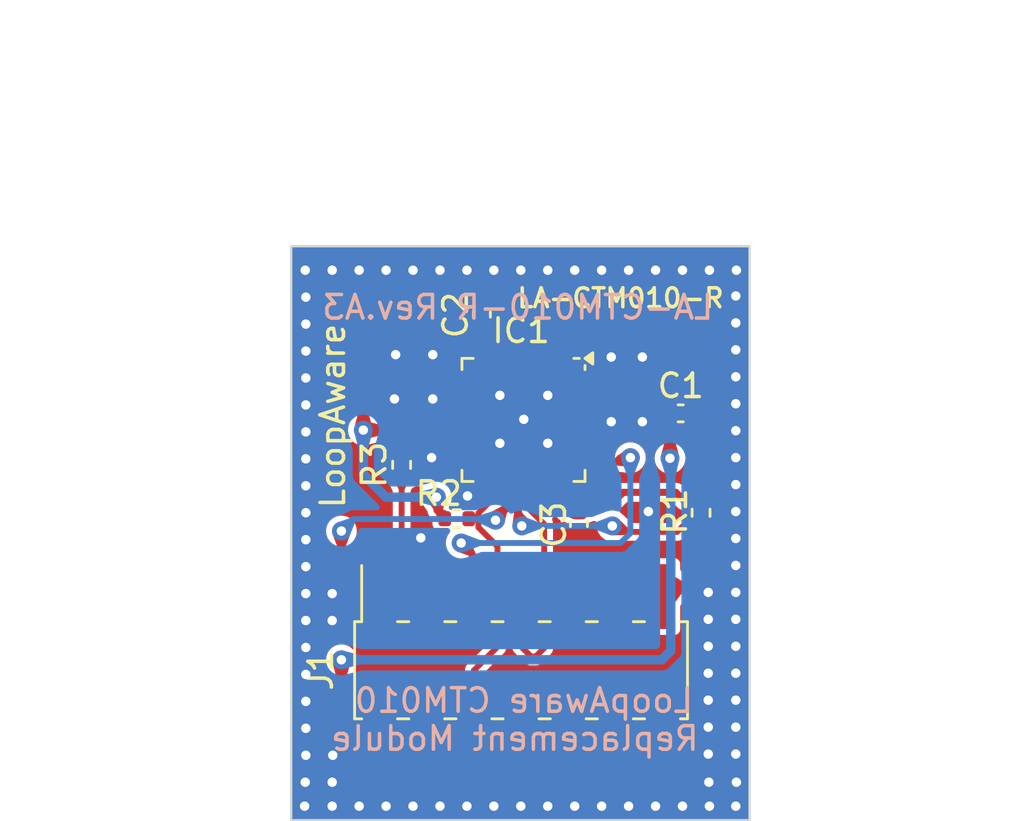
<source format=kicad_pcb>
(kicad_pcb (version 20221018) (generator pcbnew)

  (general
    (thickness 1.6)
  )

  (paper "A4")
  (layers
    (0 "F.Cu" signal)
    (31 "B.Cu" signal)
    (32 "B.Adhes" user "B.Adhesive")
    (33 "F.Adhes" user "F.Adhesive")
    (34 "B.Paste" user)
    (35 "F.Paste" user)
    (36 "B.SilkS" user "B.Silkscreen")
    (37 "F.SilkS" user "F.Silkscreen")
    (38 "B.Mask" user)
    (39 "F.Mask" user)
    (40 "Dwgs.User" user "User.Drawings")
    (41 "Cmts.User" user "User.Comments")
    (42 "Eco1.User" user "User.Eco1")
    (43 "Eco2.User" user "User.Eco2")
    (44 "Edge.Cuts" user)
    (45 "Margin" user)
    (46 "B.CrtYd" user "B.Courtyard")
    (47 "F.CrtYd" user "F.Courtyard")
    (48 "B.Fab" user)
    (49 "F.Fab" user)
    (50 "User.1" user)
    (51 "User.2" user)
    (52 "User.3" user)
    (53 "User.4" user)
    (54 "User.5" user)
    (55 "User.6" user)
    (56 "User.7" user)
    (57 "User.8" user)
    (58 "User.9" user)
  )

  (setup
    (stackup
      (layer "F.SilkS" (type "Top Silk Screen"))
      (layer "F.Paste" (type "Top Solder Paste"))
      (layer "F.Mask" (type "Top Solder Mask") (color "Green") (thickness 0.01))
      (layer "F.Cu" (type "copper") (thickness 0.035))
      (layer "dielectric 1" (type "core") (thickness 1.51) (material "FR4") (epsilon_r 4.5) (loss_tangent 0.02))
      (layer "B.Cu" (type "copper") (thickness 0.035))
      (layer "B.Mask" (type "Bottom Solder Mask") (color "Green") (thickness 0.01))
      (layer "B.Paste" (type "Bottom Solder Paste"))
      (layer "B.SilkS" (type "Bottom Silk Screen"))
      (layer "F.SilkS" (type "Top Silk Screen"))
      (layer "F.Paste" (type "Top Solder Paste"))
      (layer "F.Mask" (type "Top Solder Mask") (color "Green") (thickness 0.01))
      (layer "F.Cu" (type "copper") (thickness 0.035))
      (layer "dielectric 2" (type "core") (thickness 1.51) (material "FR4") (epsilon_r 4.5) (loss_tangent 0.02))
      (layer "B.Cu" (type "copper") (thickness 0.035))
      (layer "B.Mask" (type "Bottom Solder Mask") (color "Green") (thickness 0.01))
      (layer "B.Paste" (type "Bottom Solder Paste"))
      (layer "B.SilkS" (type "Bottom Silk Screen"))
      (layer "F.SilkS" (type "Top Silk Screen"))
      (layer "F.Paste" (type "Top Solder Paste"))
      (layer "F.Mask" (type "Top Solder Mask") (color "Green") (thickness 0.01))
      (layer "F.Cu" (type "copper") (thickness 0.035))
      (layer "dielectric 3" (type "core") (thickness 1.51) (material "FR4") (epsilon_r 4.5) (loss_tangent 0.02))
      (layer "B.Cu" (type "copper") (thickness 0.035))
      (layer "B.Mask" (type "Bottom Solder Mask") (color "Green") (thickness 0.01))
      (layer "B.Paste" (type "Bottom Solder Paste"))
      (layer "B.SilkS" (type "Bottom Silk Screen"))
      (copper_finish "None")
      (dielectric_constraints no)
    )
    (pad_to_mask_clearance 0)
    (pcbplotparams
      (layerselection 0x00010fc_ffffffff)
      (plot_on_all_layers_selection 0x0000000_00000000)
      (disableapertmacros false)
      (usegerberextensions false)
      (usegerberattributes true)
      (usegerberadvancedattributes true)
      (creategerberjobfile true)
      (dashed_line_dash_ratio 12.000000)
      (dashed_line_gap_ratio 3.000000)
      (svgprecision 6)
      (plotframeref false)
      (viasonmask false)
      (mode 1)
      (useauxorigin false)
      (hpglpennumber 1)
      (hpglpenspeed 20)
      (hpglpendiameter 15.000000)
      (dxfpolygonmode true)
      (dxfimperialunits true)
      (dxfusepcbnewfont true)
      (psnegative false)
      (psa4output false)
      (plotreference true)
      (plotvalue true)
      (plotinvisibletext false)
      (sketchpadsonfab false)
      (subtractmaskfromsilk false)
      (outputformat 1)
      (mirror false)
      (drillshape 1)
      (scaleselection 1)
      (outputdirectory "")
    )
  )

  (net 0 "")
  (net 1 "GND")
  (net 2 "IRQ")
  (net 3 "SPI_CLK")
  (net 4 "SPI_MOSI")
  (net 5 "SPI_MISO")
  (net 6 "unconnected-(IC1-GPIO-Pad6)")
  (net 7 "unconnected-(IC1-PP-Pad7)")
  (net 8 "unconnected-(J1-Pin_4-Pad4)")
  (net 9 "unconnected-(J1-Pin_8-Pad8)")
  (net 10 "unconnected-(J1-Pin_9-Pad9)")
  (net 11 "unconnected-(J1-Pin_10-Pad10)")
  (net 12 "unconnected-(J1-Pin_11-Pad11)")
  (net 13 "VDD")
  (net 14 "RESET")
  (net 15 "SPI_CS")

  (footprint "Capacitor_SMD:C_0402_1005Metric" (layer "F.Cu") (at 145.796 86.8452 90))

  (footprint "Resistor_SMD:R_0402_1005Metric" (layer "F.Cu") (at 144.7292 95.504))

  (footprint "Connector_PinSocket_2.00mm:PinSocket_2x07_P2.00mm_Vertical_SMD" (layer "F.Cu") (at 147.4575 101.931 90))

  (footprint "Capacitor_SMD:C_0402_1005Metric" (layer "F.Cu") (at 149.9108 95.73 -90))

  (footprint "Capacitor_SMD:C_0402_1005Metric" (layer "F.Cu") (at 154.2288 91.0336))

  (footprint "Resistor_SMD:R_0402_1005Metric" (layer "F.Cu") (at 142.3924 93.218 -90))

  (footprint "Package_DFN_QFN:QFN-32-1EP_5x5mm_P0.5mm_EP3.1x3.1mm" (layer "F.Cu") (at 147.56 91.313 -90))

  (footprint "Resistor_SMD:R_0402_1005Metric" (layer "F.Cu") (at 155.0924 95.25 -90))

  (gr_rect (start 141.638 87.8332) (end 150.495 93.7438)
    (stroke (width 0.2) (type solid)) (fill solid) (layer "B.Mask") (tstamp 121bd39d-2136-4f49-9428-4ef18826e3b9))
  (gr_rect (start 150.495 87.8332) (end 153.1798 92.0928)
    (stroke (width 0.2) (type solid)) (fill solid) (layer "B.Mask") (tstamp 42ee7651-a21b-4fb5-abf8-ef722efeca7a))
  (gr_rect (start 141.638 97.536) (end 153.2636 98.646)
    (stroke (width 0.2) (type solid)) (fill solid) (layer "B.Mask") (tstamp 854d9fba-e20a-4171-be85-a275a50cb38b))
  (gr_rect (start 152.5854 94.742) (end 153.2636 97.503)
    (stroke (width 0.2) (type solid)) (fill solid) (layer "B.Mask") (tstamp b78c6a27-f53b-4e6c-b4ce-6c733bf4d81f))
  (gr_rect (start 141.638 96.0882) (end 143.891 97.503)
    (stroke (width 0.2) (type solid)) (fill solid) (layer "B.Mask") (tstamp e555e336-8e40-407b-ad0b-631d8e22573c))
  (gr_rect (start 137.7079 83.947) (end 157.1498 108.2908)
    (stroke (width 0.1) (type default)) (fill none) (layer "Edge.Cuts") (tstamp 03f55458-31de-47f0-adf3-0debc0a12b39))
  (gr_text "LA-CTM010-R Rev.A3" (at 155.702 87.122) (layer "B.SilkS") (tstamp 8f9abfdb-79cc-4628-ac90-a4ddd8c3aa58)
    (effects (font (size 1 1) (thickness 0.15)) (justify left bottom mirror))
  )
  (gr_text "LoopAware CTM010 \nReplacement Module" (at 147.193 105.41) (layer "B.SilkS") (tstamp de7ed673-bda4-4245-b857-e70c9c733eec)
    (effects (font (size 1 1) (thickness 0.15)) (justify bottom mirror))
  )
  (gr_text "LA-CTM010-R" (at 147.2184 86.614) (layer "F.SilkS") (tstamp edd14152-2dbf-43fc-ae5f-238f8ac1f4e3)
    (effects (font (size 0.8 0.8) (thickness 0.15)) (justify left bottom))
  )
  (gr_text "LoopAware" (at 140.0556 95.1484 90) (layer "F.SilkS") (tstamp f06f8343-a7a0-4479-97db-9af7a1b1fd13)
    (effects (font (size 1 1) (thickness 0.15)) (justify left bottom))
  )
  (gr_text "UNTESTED - COMES WITH NO WARRANTIES OR PROMISES\nTHIS MIGHT KILL YOUR COMPUTER AND SET YOUR HOUSE\nON FIRE, YOU HAVE BEEN WARNED." (at 147.0765 75.96) (layer "Dwgs.User") (tstamp a6bc2dbc-777b-4f4f-9a5f-6b04f6bdbd30)
    (effects (font (size 1 1) (thickness 0.15)))
  )

  (via (at 139.4714 105.537) (size 0.8) (drill 0.4) (layers "F.Cu" "B.Cu") (free) (net 1) (tstamp 08df0e97-cd68-4df3-a7c6-273707763312))
  (via (at 147.574 91.2876) (size 0.8) (drill 0.4) (layers "F.Cu" "B.Cu") (net 1) (tstamp 0ffef92d-0407-4f46-a2df-ecec26afd62d))
  (via (at 156.5656 95.1992) (size 0.8) (drill 0.4) (layers "F.Cu" "B.Cu") (free) (net 1) (tstamp 10b50777-5c27-4edc-b101-e9a4df55f5c1))
  (via (at 156.5656 96.3422) (size 0.8) (drill 0.4) (layers "F.Cu" "B.Cu") (free) (net 1) (tstamp 10e011ad-c390-4dfd-a982-05eb0395d9bf))
  (via (at 149.733 84.963) (size 0.8) (drill 0.4) (layers "F.Cu" "B.Cu") (free) (net 1) (tstamp 1b0b17df-6dab-4008-a9fe-9333e5945266))
  (via (at 148.59 92.3036) (size 1) (drill 0.4) (layers "F.Cu" "B.Cu") (net 1) (tstamp 1d4771a4-8821-4944-b979-33268f1dcdfd))
  (via (at 144.018 84.963) (size 0.8) (drill 0.4) (layers "F.Cu" "B.Cu") (free) (net 1) (tstamp 1ddb4550-8046-44e1-89d1-726bd4f94400))
  (via (at 138.2776 107.696) (size 0.8) (drill 0.4) (layers "F.Cu" "B.Cu") (free) (net 1) (tstamp 1de4b21e-7327-43b9-a844-1ceeab406131))
  (via (at 152.6032 91.3892) (size 0.8) (drill 0.4) (layers "F.Cu" "B.Cu") (free) (net 1) (tstamp 2099cf62-9d6a-492c-873c-6e54824d1c8a))
  (via (at 142.1384 88.5444) (size 0.8) (drill 0.4) (layers "F.Cu" "B.Cu") (free) (net 1) (tstamp 22036eb2-2a20-42bc-83bc-e34315eed58f))
  (via (at 138.303 84.963) (size 0.8) (drill 0.4) (layers "F.Cu" "B.Cu") (free) (net 1) (tstamp 24dbf298-4aaf-4c85-9c19-f009d1b47597))
  (via (at 153.162 107.696) (size 0.8) (drill 0.4) (layers "F.Cu" "B.Cu") (free) (net 1) (tstamp 24fce741-520b-45b1-84bf-316729053768))
  (via (at 146.558 92.3036) (size 0.8) (drill 0.4) (layers "F.Cu" "B.Cu") (net 1) (tstamp 2620b94a-bcd2-45fc-8fc7-e6b9ce8fdeb4))
  (via (at 138.3284 91.821) (size 0.8) (drill 0.4) (layers "F.Cu" "B.Cu") (free) (net 1) (tstamp 2697c5c7-09a3-4ded-a329-b117d959cfcd))
  (via (at 140.589 84.963) (size 0.8) (drill 0.4) (layers "F.Cu" "B.Cu") (free) (net 1) (tstamp 2c4d894b-ecc9-4cc8-b3ab-fb59b773056f))
  (via (at 156.5656 105.4862) (size 0.8) (drill 0.4) (layers "F.Cu" "B.Cu") (free) (net 1) (tstamp 2f6d3d59-6b3c-4273-9131-c60ff341b690))
  (via (at 146.558 90.2716) (size 1) (drill 0.4) (layers "F.Cu" "B.Cu") (net 1) (tstamp 2f9daf2e-333d-4116-9476-1ddff01e7b48))
  (via (at 138.3284 92.964) (size 0.8) (drill 0.4) (layers "F.Cu" "B.Cu") (free) (net 1) (tstamp 33e21c97-a91b-4aa7-828d-99fd8645ac59))
  (via (at 138.3284 99.822) (size 0.8) (drill 0.4) (layers "F.Cu" "B.Cu") (free) (net 1) (tstamp 35b67169-cddb-4ec7-a366-ec67074add52))
  (via (at 138.3284 96.393) (size 0.8) (drill 0.4) (layers "F.Cu" "B.Cu") (free) (net 1) (tstamp 38bc7fef-431c-477a-9d90-faab293d0448))
  (via (at 155.3972 104.3432) (size 0.8) (drill 0.4) (layers "F.Cu" "B.Cu") (free) (net 1) (tstamp 3992befb-f4ec-40f6-87cc-55002855c080))
  (via (at 139.446 84.963) (size 0.8) (drill 0.4) (layers "F.Cu" "B.Cu") (free) (net 1) (tstamp 3db1dae6-1a22-41a7-9238-7f2f2d98b31d))
  (via (at 145.161 84.963) (size 0.8) (drill 0.4) (layers "F.Cu" "B.Cu") (free) (net 1) (tstamp 3fd4b5a7-6812-4576-8d0d-951f9d904a3b))
  (via (at 156.5656 92.9132) (size 0.8) (drill 0.4) (layers "F.Cu" "B.Cu") (free) (net 1) (tstamp 40e01510-490e-4629-91d3-a1110c9a6212))
  (via (at 156.5656 103.2002) (size 0.8) (drill 0.4) (layers "F.Cu" "B.Cu") (free) (net 1) (tstamp 4100b76d-5405-4ad1-b177-92c89aa67f37))
  (via (at 156.5656 88.3412) (size 0.8) (drill 0.4) (layers "F.Cu" "B.Cu") (free) (net 1) (tstamp 41140946-33dc-4efb-8126-b121771f954c))
  (via (at 142.875 84.963) (size 0.8) (drill 0.4) (layers "F.Cu" "B.Cu") (free) (net 1) (tstamp 421f3aaf-a0b2-4f88-9d26-daed16159dab))
  (via (at 141.732 84.963) (size 0.8) (drill 0.4) (layers "F.Cu" "B.Cu") (free) (net 1) (tstamp 433f90f4-c6ce-431c-82d0-177d5bddbc7f))
  (via (at 148.59 84.963) (size 0.8) (drill 0.4) (layers "F.Cu" "B.Cu") (free) (net 1) (tstamp 436b5fce-da1b-4ce2-8d0e-2032d6a966e0))
  (via (at 143.6624 92.9132) (size 0.8) (drill 0.4) (layers "F.Cu" "B.Cu") (free) (net 1) (tstamp 479df61c-87f3-4d2b-b3fe-6668a2c561c0))
  (via (at 156.5656 91.7702) (size 0.8) (drill 0.4) (layers "F.Cu" "B.Cu") (free) (net 1) (tstamp 4b96baf5-5e8f-44f0-a410-788e33762322))
  (via (at 138.3284 86.106) (size 0.8) (drill 0.4) (layers "F.Cu" "B.Cu") (free) (net 1) (tstamp 4e20cf14-c6de-4446-b689-4ec17f646cbc))
  (via (at 145.161 107.696) (size 0.8) (drill 0.4) (layers "F.Cu" "B.Cu") (free) (net 1) (tstamp 5126d4ca-324c-4014-a351-b67f88699ae0))
  (via (at 156.5656 89.4842) (size 0.8) (drill 0.4) (layers "F.Cu" "B.Cu") (free) (net 1) (tstamp 5164a61d-8dd8-4d27-932f-23d0af70272b))
  (via (at 154.305 84.963) (size 0.8) (drill 0.4) (layers "F.Cu" "B.Cu") (free) (net 1) (tstamp 51aa3dc3-eef8-4410-9230-d4fdcc62d2b9))
  (via (at 156.5656 100.9142) (size 0.8) (drill 0.4) (layers "F.Cu" "B.Cu") (free) (net 1) (tstamp 546a3685-ac10-42d8-922a-85f60944f9ea))
  (via (at 156.591 84.963) (size 0.8) (drill 0.4) (layers "F.Cu" "B.Cu") (free) (net 1) (tstamp 563c1316-23ca-4899-8d6a-7e6874c35234))
  (via (at 142.0876 90.424) (size 0.8) (drill 0.4) (layers "F.Cu" "B.Cu") (free) (net 1) (tstamp 57f57e30-5441-4ce7-824f-801e0592b85e))
  (via (at 138.3284 105.537) (size 0.8) (drill 0.4) (layers "F.Cu" "B.Cu") (free) (net 1) (tstamp 5ec8cf1d-3ed9-412d-a279-9160252fdc57))
  (via (at 146.304 84.963) (size 0.8) (drill 0.4) (layers "F.Cu" "B.Cu") (free) (net 1) (tstamp 608ba7dc-e7f5-4cd9-a9bc-cb9084f59d53))
  (via (at 152.019 107.696) (size 0.8) (drill 0.4) (layers "F.Cu" "B.Cu") (free) (net 1) (tstamp 6358702f-ff1c-49ba-90c5-044a8b46600b))
  (via (at 138.3284 97.536) (size 0.8) (drill 0.4) (layers "F.Cu" "B.Cu") (free) (net 1) (tstamp 636ab354-86ba-4033-93ac-ff3a31ddd433))
  (via (at 156.5656 99.7712) (size 0.8) (drill 0.4) (layers "F.Cu" "B.Cu") (free) (net 1) (tstamp 6787631a-6cb2-4f20-b859-3c78fb672407))
  (via (at 154.305 107.696) (size 0.8) (drill 0.4) (layers "F.Cu" "B.Cu") (free) (net 1) (tstamp 6dead5f2-5d5f-4578-881d-8ea17d91c296))
  (via (at 155.3972 105.4862) (size 0.8) (drill 0.4) (layers "F.Cu" "B.Cu") (free) (net 1) (tstamp 6eb1dd7c-0c75-4d83-98ef-f9dead753e2b))
  (via (at 143.7132 90.424) (size 0.8) (drill 0.4) (layers "F.Cu" "B.Cu") (free) (net 1) (tstamp 76630413-5b8d-4ba0-94d7-b54f6b19201d))
  (via (at 140.589 107.696) (size 0.8) (drill 0.4) (layers "F.Cu" "B.Cu") (free) (net 1) (tstamp 7678049f-ebc7-4a03-a9f1-dcbf8a444262))
  (via (at 151.2824 88.646) (size 0.8) (drill 0.4) (layers "F.Cu" "B.Cu") (free) (net 1) (tstamp 79f89881-2dbc-4cfa-a8ae-6e8be097867f))
  (via (at 138.3284 98.679) (size 0.8) (drill 0.4) (layers "F.Cu" "B.Cu") (free) (net 1) (tstamp 807174f7-5b4a-4a28-9bfb-1fa309b33a49))
  (via (at 138.3284 87.249) (size 0.8) (drill 0.4) (layers "F.Cu" "B.Cu") (free) (net 1) (tstamp 821e0569-a3cb-43b6-a970-4112f335a855))
  (via (at 156.5656 104.3432) (size 0.8) (drill 0.4) (layers "F.Cu" "B.Cu") (free) (net 1) (tstamp 82b11adb-bf60-4458-86a9-39bb591460a4))
  (via (at 156.5656 98.6282) (size 0.8) (drill 0.4) (layers "F.Cu" "B.Cu") (free) (net 1) (tstamp 841d8a5b-2e4a-4338-8727-d3b066493a3c))
  (via (at 139.446 106.68) (size 0.8) (drill 0.4) (layers "F.Cu" "B.Cu") (free) (net 1) (tstamp 84cc33a1-e390-4996-86b3-5c032ff5a944))
  (via (at 145.1864 94.5388) (size 0.8) (drill 0.4) (layers "F.Cu" "B.Cu") (free) (net 1) (tstamp 85482d54-83bb-4082-a6f6-df53d52dacec))
  (via (at 152.019 84.963) (size 0.8) (drill 0.4) (layers "F.Cu" "B.Cu") (free) (net 1) (tstamp 892eb29f-590f-4bc6-b416-3c24c272f4ff))
  (via (at 152.8572 95.1992) (size 0.8) (drill 0.4) (layers "F.Cu" "B.Cu") (free) (net 1) (tstamp 8c3ae359-764d-4b6c-94c1-1bd533fb6217))
  (via (at 138.3284 89.535) (size 0.8) (drill 0.4) (layers "F.Cu" "B.Cu") (free) (net 1) (tstamp 8e608d58-7b86-4299-9430-14795bca7ea6))
  (via (at 138.3284 102.108) (size 0.8) (drill 0.4) (layers "F.Cu" "B.Cu") (free) (net 1) (tstamp 91b7482e-a7fd-4236-adb2-5b7577634196))
  (via (at 155.448 107.696) (size 0.8) (drill 0.4) (layers "F.Cu" "B.Cu") (free) (net 1) (tstamp 921f3552-10de-44bd-91c7-d81fd302aa82))
  (via (at 156.5656 90.6272) (size 0.8) (drill 0.4) (layers "F.Cu" "B.Cu") (free) (net 1) (tstamp 9350a4ec-8e1a-4108-9dc0-c79b8b764706))
  (via (at 147.447 107.696) (size 0.8) (drill 0.4) (layers "F.Cu" "B.Cu") (free) (net 1) (tstamp 9a38378f-213f-4335-8bbf-506692ad977c))
  (via (at 139.446 98.679) (size 0.8) (drill 0.4) (layers "F.Cu" "B.Cu") (free) (net 1) (tstamp 9d031a16-e2e7-46f8-8919-d2bd2ed9cfed))
  (via (at 148.59 107.696) (size 0.8) (drill 0.4) (layers "F.Cu" "B.Cu") (free) (net 1) (tstamp a13e5d23-a305-4e03-9f42-dea2fa9e99c6))
  (via (at 146.304 107.696) (size 0.8) (drill 0.4) (layers "F.Cu" "B.Cu") (free) (net 1) (tstamp a3b2019b-b5fb-4923-8ff0-4bee71f406bf))
  (via (at 155.3972 99.7712) (size 0.8) (drill 0.4) (layers "F.Cu" "B.Cu") (free) (net 1) (tstamp a6a5f8dc-d787-4e1b-978b-cb4e864f3f01))
  (via (at 142.875 107.696) (size 0.8) (drill 0.4) (layers "F.Cu" "B.Cu") (free) (net 1) (tstamp a7d743a7-1f2a-416e-872a-b94d2fda6e30))
  (via (at 153.162 84.963) (size 0.8) (drill 0.4) (layers "F.Cu" "B.Cu") (free) (net 1) (tstamp a8701b18-e9a1-4716-96b1-8b813a4fc765))
  (via (at 138.3284 88.392) (size 0.8) (drill 0.4) (layers "F.Cu" "B.Cu") (free) (net 1) (tstamp ab9081c5-5d8d-4286-b593-3267563ecc5c))
  (via (at 156.5656 102.0572) (size 0.8) (drill 0.4) (layers "F.Cu" "B.Cu") (free) (net 1) (tstamp ac7ff8c2-db97-4afa-9e88-9d0a1038d51d))
  (via (at 156.5656 107.696) (size 0.8) (drill 0.4) (layers "F.Cu" "B.Cu") (free) (net 1) (tstamp b21246ad-3e1d-4893-b943-4fb7ba8f0218))
  (via (at 148.59 90.2716) (size 0.8) (drill 0.4) (layers "F.Cu" "B.Cu") (net 1) (tstamp b6b46ec9-b709-46ae-b21f-a249a40c0181))
  (via (at 147.447 84.963) (size 0.8) (drill 0.4) (layers "F.Cu" "B.Cu") (free) (net 1) (tstamp b6e6a536-a38d-4172-a56b-2f3adc5f6937))
  (via (at 138.3284 103.251) (size 0.8) (drill 0.4) (layers "F.Cu" "B.Cu") (free) (net 1) (tstamp ba1078f0-745d-4b31-baad-6dd2f5411789))
  (via (at 156.5656 94.0562) (size 0.8) (drill 0.4) (layers "F.Cu" "B.Cu") (free) (net 1) (tstamp ba85a622-af12-458f-acc0-6c17c8f22e46))
  (via (at 139.446 99.822) (size 0.8) (drill 0.4) (layers "F.Cu" "B.Cu") (free) (net 1) (tstamp bd1ff15d-ddb7-4048-8aad-a89981153e9b))
  (via (at 150.876 84.963) (size 0.8) (drill 0.4) (layers "F.Cu" "B.Cu") (free) (net 1) (tstamp c047dd05-d0ca-4ea7-8051-f520a2f156bd))
  (via (at 155.3972 103.2002) (size 0.8) (drill 0.4) (layers "F.Cu" "B.Cu") (free) (net 1) (tstamp c0e9d8b8-7747-4b8a-8da7-5c927f961956))
  (via (at 144.018 107.696) (size 0.8) (drill 0.4) (layers "F.Cu" "B.Cu") (free) (net 1) (tstamp c302b13d-adca-4fa4-9542-55f35e8b3e96))
  (via (at 155.3972 102.0572) (size 0.8) (drill 0.4) (layers "F.Cu" "B.Cu") (free) (net 1) (tstamp c51e199e-cea4-4a7d-8deb-37d0eec02814))
  (via (at 141.732 107.696) (size 0.8) (drill 0.4) (layers "F.Cu" "B.Cu") (free) (net 1) (tstamp c54b1d92-dffe-449d-b9a3-eb0e272d0a14))
  (via (at 152.6032 88.646) (size 0.8) (drill 0.4) (layers "F.Cu" "B.Cu") (free) (net 1) (tstamp cc0ad23f-d2e8-47c7-93b0-0c993734dfaa))
  (via (at 139.446 107.696) (size 0.8) (drill 0.4) (layers "F.Cu" "B.Cu") (free) (net 1) (tstamp cef28706-8fef-46d8-b528-501a293bc95c))
  (via (at 156.5656 87.1982) (size 0.8) (drill 0.4) (layers "F.Cu" "B.Cu") (free) (net 1) (tstamp d186da34-3d84-4604-a8ba-d220ba9bc735))
  (via (at 155.448 84.963) (size 0.8) (drill 0.4) (layers "F.Cu" "B.Cu") (free) (net 1) (tstamp d4a1cf22-4d39-475a-84a8-52ab367bdc4e))
  (via (at 138.303 106.68) (size 0.8) (drill 0.4) (layers "F.Cu" "B.Cu") (free) (net 1) (tstamp d60ce66f-e47e-4390-900e-3fc0bfe64489))
  (via (at 151.2824 91.3892) (size 0.8) (drill 0.4) (layers "F.Cu" "B.Cu") (free) (net 1) (tstamp dbc9d70b-a0bf-4fa3-8b28-af5f4e3d20ea))
  (via (at 150.876 107.696) (size 0.8) (drill 0.4) (layers "F.Cu" "B.Cu") (free) (net 1) (tstamp dc7369c4-5e24-46e2-b7db-d18f5c75e10e))
  (via (at 156.591 106.68) (size 0.8) (drill 0.4) (layers "F.Cu" "B.Cu") (free) (net 1) (tstamp dd5c1d6e-692a-4b37-ad6d-b9c488d8bf13))
  (via (at 143.7132 88.5444) (size 0.8) (drill 0.4) (layers "F.Cu" "B.Cu") (free) (net 1) (tstamp e896de63-c80a-4345-a348-b4c0fe9a44e9))
  (via (at 149.733 107.696) (size 0.8) (drill 0.4) (layers "F.Cu" "B.Cu") (free) (net 1) (tstamp ea0cd1a3-e275-4e07-8287-c565720f712c))
  (via (at 138.3284 95.25) (size 0.8) (drill 0.4) (layers "F.Cu" "B.Cu") (free) (net 1) (tstamp ece93924-7f53-4c7c-998b-b85e26b1da10))
  (via (at 156.5656 97.4852) (size 0.8) (drill 0.4) (layers "F.Cu" "B.Cu") (free) (net 1) (tstamp ed65f487-2210-45ca-ac3b-5bf8a71cbf49))
  (via (at 155.3972 100.9142) (size 0.8) (drill 0.4) (layers "F.Cu" "B.Cu") (free) (net 1) (tstamp eda6c925-e834-45bb-a27b-f3344cf4c505))
  (via (at 155.3972 98.6282) (size 0.8) (drill 0.4) (layers "F.Cu" "B.Cu") (free) (net 1) (tstamp eea66e52-b337-4ee8-820b-45ea2eca5cbc))
  (via (at 143.2052 96.3168) (size 0.8) (drill 0.4) (layers "F.Cu" "B.Cu") (free) (net 1) (tstamp f0cc3d66-5467-4ec6-90e9-6fadb40d7fe8))
  (via (at 138.3284 104.394) (size 0.8) (drill 0.4) (layers "F.Cu" "B.Cu") (free) (net 1) (tstamp f0d73bc4-def7-47df-a0f3-4aae30ab3b35))
  (via (at 138.3284 90.678) (size 0.8) (drill 0.4) (layers "F.Cu" "B.Cu") (free) (net 1) (tstamp f1ac3dd0-5aa3-4d3a-a49f-6a4c7f7251c9))
  (via (at 138.3284 94.107) (size 0.8) (drill 0.4) (layers "F.Cu" "B.Cu") (free) (net 1) (tstamp f6417ba5-2f09-45ac-8b0a-99fada60124a))
  (via (at 155.4226 106.68) (size 0.8) (drill 0.4) (layers "F.Cu" "B.Cu") (free) (net 1) (tstamp f9e5c473-4770-416c-b16f-9aea24b82bbd))
  (via (at 138.3284 100.965) (size 0.8) (drill 0.4) (layers "F.Cu" "B.Cu") (free) (net 1) (tstamp fc79c446-11e4-4552-9a2c-6ca79d7b03df))
  (via (at 156.5656 86.0552) (size 0.8) (drill 0.4) (layers "F.Cu" "B.Cu") (free) (net 1) (tstamp fcde5520-e403-4c09-9fa9-7a0a814f730b))
  (segment (start 145.2392 95.504) (end 145.647926 95.504) (width 0.25) (layer "F.Cu") (net 2) (tstamp 2e59c076-8de9-4aec-8233-33d06385b37f))
  (segment (start 146.31 94.1175) (end 146.31 94.60474) (width 0.25) (layer "F.Cu") (net 2) (tstamp 34d4efda-f958-4c98-9511-f33cedc9e3c0))
  (segment (start 145.4575 104.612) (end 145.4575 101.9385) (width 0.25) (layer "F.Cu") (net 2) (tstamp 58670307-35c2-4bc7-a7ef-1506700034ae))
  (segment (start 145.4575 101.9385) (end 146.4564 100.9396) (width 0.25) (layer "F.Cu") (net 2) (tstamp 7de98759-86c4-45b6-9ecc-9d55c633fb7d))
  (segment (start 145.647926 95.266815) (end 145.647926 95.504) (width 0.25) (layer "F.Cu") (net 2) (tstamp 96bb05fe-917b-4337-a0c2-1453733910aa))
  (segment (start 146.4564 100.9396) (end 146.4564 96.675899) (width 0.25) (layer "F.Cu") (net 2) (tstamp a3f72484-1442-44e9-b484-c5830eabb1d1))
  (segment (start 146.4564 96.675899) (end 145.647926 95.867426) (width 0.25) (layer "F.Cu") (net 2) (tstamp ba45f0fd-1b5c-4a6d-b258-d8a5a1aa087b))
  (segment (start 145.647926 95.867426) (end 145.647926 95.504) (width 0.25) (layer "F.Cu") (net 2) (tstamp d52fdf2a-6097-4e5e-af49-2758cab03a9e))
  (segment (start 146.31 94.60474) (end 145.647926 95.266815) (width 0.25) (layer "F.Cu") (net 2) (tstamp dd6710eb-1cd9-4469-8124-11bf75f5735d))
  (segment (start 140.5768 98.362) (end 139.8375 97.6227) (width 0.25) (layer "F.Cu") (net 3) (tstamp 064c1b4b-b13a-4a8d-909f-0b89e92a4e90))
  (segment (start 141.4575 98.362) (end 140.5768 98.362) (width 0.25) (layer "F.Cu") (net 3) (tstamp 32dceb8b-a475-49d4-909b-5ea16efd058a))
  (segment (start 146.81 95.130046) (end 146.81 94.1175) (width 0.25) (layer "F.Cu") (net 3) (tstamp 64da7667-3087-4f67-8095-c4f9eaf1ef1f))
  (segment (start 139.8375 97.6227) (end 139.8375 96.026) (width 0.25) (layer "F.Cu") (net 3) (tstamp c44211ef-8a2a-4aa7-b28c-40c4ee7b240e))
  (segment (start 146.372926 95.56712) (end 146.81 95.130046) (width 0.25) (layer "F.Cu") (net 3) (tstamp e9628d51-10bd-4b05-9da9-196726a039b8))
  (via (at 146.372926 95.56712) (size 0.8) (drill 0.4) (layers "F.Cu" "B.Cu") (net 3) (tstamp 3e32fdcd-f6f0-4a66-bb57-eb7ecd62ccd9))
  (via (at 139.8375 96.026) (size 0.8) (drill 0.4) (layers "F.Cu" "B.Cu") (net 3) (tstamp b3a9e520-5b93-4fd8-ad10-d1e73233305b))
  (segment (start 146.372926 95.56712) (end 146.323806 95.518) (width 0.25) (layer "B.Cu") (net 3) (tstamp a28037ad-7b98-4180-8d89-887741645a1f))
  (segment (start 140.3455 95.518) (end 139.8375 96.026) (width 0.25) (layer "B.Cu") (net 3) (tstamp a7852601-ec93-4cf1-a24d-255f2f7ac69f))
  (segment (start 146.323806 95.518) (end 140.3455 95.518) (width 0.25) (layer "B.Cu") (net 3) (tstamp d502eabc-0b08-44fd-9521-8211c8e19ac1))
  (segment (start 147.8788 101.346) (end 147.4575 100.9247) (width 0.25) (layer "F.Cu") (net 4) (tstamp 05d5c8d6-a8a0-4764-b5e7-eb9bc7590534))
  (segment (start 148.082 101.346) (end 147.8788 101.346) (width 0.25) (layer "F.Cu") (net 4) (tstamp 40a1eae1-2c35-44e1-a9c5-0656dd10556d))
  (segment (start 147.81 95.106187) (end 148.4376 95.733787) (width 0.25) (layer "F.Cu") (net 4) (tstamp 72627b42-5174-498a-868a-bbff9def55b4))
  (segment (start 148.4376 95.733787) (end 148.4376 100.9904) (width 0.25) (layer "F.Cu") (net 4) (tstamp d210ca0d-e361-4cd3-875b-1b42bb8bd76f))
  (segment (start 147.81 94.1175) (end 147.81 95.106187) (width 0.25) (layer "F.Cu") (net 4) (tstamp d4c6f222-c919-4961-9918-f0c8c15d4cb3))
  (segment (start 148.4376 100.9904) (end 148.082 101.346) (width 0.25) (layer "F.Cu") (net 4) (tstamp e5716ada-37cd-4fc3-b496-971b0899b8dc))
  (segment (start 147.4575 98.806) (end 147.4575 100.9247) (width 0.25) (layer "F.Cu") (net 4) (tstamp feee654c-613a-4d6a-a447-b9a25e26ad25))
  (segment (start 149.31 93.7505) (end 150.8007 93.7505) (width 0.25) (layer "F.Cu") (net 5) (tstamp 1294bea3-ba1f-4f81-ac68-a993d641b522))
  (segment (start 145.4575 98.362) (end 145.4575 97.074) (width 0.25) (layer "F.Cu") (net 5) (tstamp 5608c48d-f1bb-486a-9e44-aa2aafe81bcb))
  (segment (start 150.8007 93.7505) (end 151.638 92.9132) (width 0.25) (layer "F.Cu") (net 5) (tstamp 6603b8b8-9880-428f-9b2b-a63b97008354))
  (segment (start 151.638 92.9132) (end 152.0952 92.9132) (width 0.25) (layer "F.Cu") (net 5) (tstamp d2a543ef-7523-4b76-92b6-2d246b7d39dd))
  (segment (start 145.4575 97.074) (end 144.9175 96.534) (width 0.25) (layer "F.Cu") (net 5) (tstamp ddf3f96c-decc-42d9-b5a4-e265ff2d472b))
  (via (at 152.0952 92.9132) (size 0.8) (drill 0.4) (layers "F.Cu" "B.Cu") (net 5) (tstamp 36193547-ceee-4e72-b6bd-984be421024d))
  (via (at 144.9175 96.534) (size 0.8) (drill 0.4) (layers "F.Cu" "B.Cu") (net 5) (tstamp c6e20a54-f06c-4e8f-ad7a-28a1b7ff31ac))
  (segment (start 152.0952 96.1136) (end 151.6748 96.534) (width 0.25) (layer "B.Cu") (net 5) (tstamp 0e964c7b-2386-46a6-9288-e6e64330c774))
  (segment (start 152.0952 92.9132) (end 152.0952 96.1136) (width 0.25) (layer "B.Cu") (net 5) (tstamp adc44460-edb0-4e24-a7be-c59b5210d502))
  (segment (start 151.6748 96.534) (end 144.9175 96.534) (width 0.25) (layer "B.Cu") (net 5) (tstamp f75918fa-4d44-4d44-a4e6-681f48705bf1))
  (segment (start 141.4575 104.612) (end 140.6292 104.612) (width 0.4) (layer "F.Cu") (net 13) (tstamp 0903ccfc-96a4-43f2-a205-39a4a3861e4b))
  (segment (start 155.0924 94.1324) (end 155.0924 92.3518) (width 0.4) (layer "F.Cu") (net 13) (tstamp 19d8ec36-9dee-4f68-a8bf-4d2f13102da1))
  (segment (start 140.7668 91.7448) (end 140.7668 88.5444) (width 0.4) (layer "F.Cu") (net 13) (tstamp 1acc58f6-5e78-47a4-ae1c-b2f7fda59d58))
  (segment (start 139.8515 101.473) (end 139.8375 101.487) (width 0.25) (layer "F.Cu") (net 13) (tstamp 1da3d8d2-53d9-4a96-93e2-cd937fcef469))
  (segment (start 142.3924 91.7448) (end 143.51 91.7448) (width 0.4) (layer "F.Cu") (net 13) (tstamp 1fbee52a-cd7f-472e-a64e-8b35b9ee2ab9))
  (segment (start 154.3792 94.74) (end 155.0924 94.74) (width 0.3) (layer "F.Cu") (net 13) (tstamp 24aaccab-ddae-4635-aa00-31bd1372238e))
  (segment (start 150.876 94.6912) (end 151.4856 94.6912) (width 0.3) (layer "F.Cu") (net 13) (tstamp 2a98603d-56ef-494f-b839-1fe5c06698cf))
  (segment (start 139.8235 101.473) (end 139.8375 101.487) (width 0.25) (layer "F.Cu") (net 13) (tstamp 2c328e89-79d8-4628-a825-103b62d10936))
  (segment (start 153.7488 91.0336) (end 153.7488 88.2676) (width 0.4) (layer "F.Cu") (net 13) (tstamp 39c98f59-b96a-4a10-b7ee-f4d4f2c95d68))
  (segment (start 149.9108 95.25) (end 150.3172 95.25) (width 0.3) (layer "F.Cu") (net 13) (tstamp 3e13326d-9b07-4b7e-bffd-86256b15f18d))
  (segment (start 145.81 88.8755) (end 145.81 87.39) (width 0.3) (layer "F.Cu") (net 13) (tstamp 4083fb30-947c-4478-8b51-b3b925e2c88d))
  (segment (start 140.7668 91.7448) (end 142.3924 91.7448) (width 0.4) (layer "F.Cu") (net 13) (tstamp 47975418-336a-4d56-a75f-3cc57b6f092b))
  (segment (start 145.796 87.3252) (end 149.3012 87.3252) (width 0.4) (layer "F.Cu") (net 13) (tstamp 4ef7dd4d-7799-49cc-85b7-d35d2ffe6ec4))
  (segment (start 154.0256 94.3864) (end 154.3792 94.74) (width 0.3) (layer "F.Cu") (net 13) (tstamp 54dd122c-6118-44c8-b955-713dbfcbe435))
  (segment (start 141.986 87.3252) (end 145.796 87.3252) (width 0.4) (layer "F.Cu") (net 13) (tstamp 56cc296e-3712-4128-b032-2a516017e038))
  (segment (start 142.3924 92.708) (end 142.3924 91.7448) (width 0.4) (layer "F.Cu") (net 13) (tstamp 5cd8e5a2-28bb-4950-8c04-164e5333cf33))
  (segment (start 151.7904 94.3864) (end 154.0256 94.3864) (width 0.3) (layer "F.Cu") (net 13) (tstamp 6aa54658-4632-4dae-8d14-3bbd975e8cfd))
  (segment (start 140.7668 88.5444) (end 141.986 87.3252) (width 0.4) (layer "F.Cu") (net 13) (tstamp 6c420ed1-c024-43b9-a5eb-d9d8cdf19b04))
  (segment (start 148.31 94.23774) (end 149.32226 95.25) (width 0.25) (layer "F.Cu") (net 13) (tstamp 72a54659-34e7-4d4b-a2da-dd6299d493e1))
  (segment (start 143.8282 92.063) (end 145.1225 92.063) (width 0.25) (layer "F.Cu") (net 13) (tstamp 73109d04-b07c-4ae8-bf58-5b53a8b4eaaf))
  (segment (start 143.8656 94.5896) (end 143.8656 95.1504) (width 0.25) (layer "F.Cu") (net 13) (tstamp 7b2d34cb-113b-445e-9d90-734974502711))
  (segment (start 151.4856 94.6912) (end 151.7904 94.3864) (width 0.3) (layer "F.Cu") (net 13) (tstamp 7ebc9264-e61e-48b0-9928-8b5317e11d6b))
  (segment (start 155.0924 94.74) (end 155.0924 94.1324) (width 0.4) (layer "F.Cu") (net 13) (tstamp 86c437bd-1e79-49fd-8619-a029fea31940))
  (segment (start 149.3012 87.3252) (end 152.8064 87.3252) (width 0.4) (layer "F.Cu") (net 13) (tstamp 8e1d6dfb-779c-4cd0-b644-2e9bd7b95a59))
  (segment (start 153.7742 92.0242) (end 153.7742 91.059) (width 0.4) (layer "F.Cu") (net 13) (tstamp a51d5fcc-caae-4712-8895-1e3e36107297))
  (segment (start 140.6292 104.612) (end 139.8375 103.8203) (width 0.4) (layer "F.Cu") (net 13) (tstamp ab514c3b-9e4c-4eba-8273-7271cf8ebbdb))
  (segment (start 149.32226 95.25) (end 149.9108 95.25) (width 0.25) (layer "F.Cu") (net 13) (tstamp b2bbb83b-cfd3-4376-90bb-56ad9cf3e1f8))
  (segment (start 143.51 91.7448) (end 143.8282 92.063) (width 0.25) (layer "F.Cu") (net 13) (tstamp bd7ef63e-394a-4f91-95cc-f6c2d3a35d90))
  (segment (start 149.31 88.8755) (end 149.31 87.334) (width 0.25) (layer "F.Cu") (net 13) (tstamp be38f4e8-ef61-429f-a714-0e727a9b53e1))
  (segment (start 152.8064 87.3252) (end 153.7488 88.2676) (width 0.4) (layer "F.Cu") (net 13) (tstamp c07e72f9-54ca-49e2-bacf-9073b6bac702))
  (segment (start 148.31 93.7505) (end 148.31 94.23774) (width 0.25) (layer "F.Cu") (net 13) (tstamp c07f5f52-cd13-4d62-9b56-93089fb67ed5))
  (segment (start 154.7648 92.0242) (end 153.7742 92.0242) (width 0.4) (layer "F.Cu") (net 13) (tstamp c10f70c7-0334-4b37-8b18-0c0583785612))
  (segment (start 139.8375 103.8203) (end 139.8375 101.487) (width 0.4) (layer "F.Cu") (net 13) (tstamp c4577c96-68fc-42a1-9570-9e0407923c8b))
  (segment (start 143.8656 95.1504) (end 144.2192 95.504) (width 0.25) (layer "F.Cu") (net 13) (tstamp cbae47af-4887-48e4-95c7-332939c2c0c9))
  (segment (start 153.7742 92.9386) (end 153.7742 92.0242) (width 0.4) (layer "F.Cu") (net 13) (tstamp e43f2464-2c37-4a8e-acf3-502234ab6cb3))
  (segment (start 155.0924 92.3518) (end 154.7648 92.0242) (width 0.4) (layer "F.Cu") (net 13) (tstamp e97a64df-bd60-4788-831e-5a08d1bdc459))
  (segment (start 150.3172 95.25) (end 150.876 94.6912) (width 0.3) (layer "F.Cu") (net 13) (tstamp f0db30d6-c20f-400f-806a-efdcba9e49c9))
  (segment (start 145.81 89.2425) (end 145.81 88.533) (width 0.25) (layer "F.Cu") (net 13) (tstamp f2fdd02d-60f4-4943-ad08-ab1c1cc9d3a4))
  (via (at 139.8375 101.487) (size 0.8) (drill 0.4) (layers "F.Cu" "B.Cu") (net 13) (tstamp 989fd409-a9fc-46da-b3f8-d7648d9b5859))
  (via (at 153.7742 92.9386) (size 0.8) (drill 0.4) (layers "F.Cu" "B.Cu") (net 13) (tstamp a9a3da5f-0736-41ac-839b-969673b3ce17))
  (via (at 140.7668 91.7448) (size 0.8) (drill 0.4) (layers "F.Cu" "B.Cu") (net 13) (tstamp d13f8010-107c-418a-9ce3-b15d64ec7230))
  (via (at 143.8656 94.5896) (size 0.8) (drill 0.4) (layers "F.Cu" "B.Cu") (net 13) (tstamp fabefb4a-b29e-48f8-9e61-b592b2f0bf26))
  (segment (start 140.7668 93.6244) (end 140.7668 91.7448) (width 0.4) (layer "B.Cu") (net 13) (tstamp 1af14add-a7f4-4caa-8aeb-c4c28fa4131c))
  (segment (start 139.8375 101.487) (end 153.4265 101.487) (width 0.4) (layer "B.Cu") (net 13) (tstamp 4470c0ec-dd0c-4562-bd92-7c551dc688c1))
  (segment (start 153.4265 101.487) (end 153.8075 101.106) (width 0.4) (layer "B.Cu") (net 13) (tstamp a0ec0a6f-7f4f-481a-a107-6c0573cf5200))
  (segment (start 143.8656 94.5896) (end 141.732 94.5896) (width 0.4) (layer "B.Cu") (net 13) (tstamp b3048867-9b3b-45a0-81ef-1681e014bf48))
  (segment (start 153.8075 101.106) (end 153.8075 92.9719) (width 0.4) (layer "B.Cu") (net 13) (tstamp d45e2231-657d-401f-92cc-39c15d30e931))
  (segment (start 141.732 94.5896) (end 140.7668 93.6244) (width 0.4) (layer "B.Cu") (net 13) (tstamp e71988dc-694c-450b-879a-42df1c04558e))
  (segment (start 142.3924 93.728) (end 142.3924 97.2969) (width 0.25) (layer "F.Cu") (net 14) (tstamp 045371ec-edad-4d63-8b8f-40ed5e336bf3))
  (segment (start 142.3924 97.2969) (end 143.4575 98.362) (width 0.25) (layer "F.Cu") (net 14) (tstamp 07bbcfe3-ac8d-4864-ba26-70995bdba010))
  (segment (start 145.81 93.7505) (end 142.4149 93.7505) (width 0.25) (layer "F.Cu") (net 14) (tstamp 672ba4e2-907b-4f91-aa0c-940560aa9cde))
  (segment (start 154.0764 96.0628) (end 154.3792 95.76) (width 0.25) (layer "F.Cu") (net 15) (tstamp 0fde9e5a-781d-4cba-9702-d4d400a2d42d))
  (segment (start 147.31 94.1175) (end 147.31 95.631492) (width 0.25) (layer "F.Cu") (net 15) (tstamp 2b07a606-1850-4c2c-88d2-e344f4d628c8))
  (segment (start 155.0775 95.7749) (end 155.0924 95.76) (width 0.25) (layer "F.Cu") (net 15) (tstamp 42866959-c87e-4a43-847b-ffaf1fa99e67))
  (segment (start 147.31 95.631492) (end 147.487508 95.809) (width 0.25) (layer "F.Cu") (net 15) (tstamp 6f7bae07-2595-459f-8495-ad3145404ee2))
  (segment (start 151.328547 95.809) (end 151.377547 95.76) (width 0.25) (layer "F.Cu") (net 15) (tstamp 8d00b39b-6ec1-4f21-a98f-900d7d60d072))
  (segment (start 154.3172 98.362) (end 155.0924 97.5868) (width 0.25) (layer "F.Cu") (net 15) (tstamp acadb7f6-9c34-4546-92f0-01176976f6f2))
  (segment (start 154.3792 95.76) (end 155.0924 95.76) (width 0.25) (layer "F.Cu") (net 15) (tstamp bd2018f3-86ea-4333-a0b9-14b22289f22f))
  (segment (start 153.4575 98.362) (end 154.3172 98.362) (width 0.25) (layer "F.Cu") (net 15) (tstamp d6fcc18c-504e-4dd9-9233-244b0efe70ec))
  (segment (start 155.0924 97.5868) (end 155.0924 95.76) (width 0.25) (layer "F.Cu") (net 15) (tstamp d83d7fcb-f0ef-42eb-97f6-1951a01b3eb4))
  (segment (start 151.582347 96.0628) (end 154.0764 96.0628) (width 0.25) (layer "F.Cu") (net 15) (tstamp eb3fd95a-31f6-4b59-9d7d-c7c78a9be90f))
  (segment (start 151.328547 95.809) (end 151.582347 96.0628) (width 0.25) (layer "F.Cu") (net 15) (tstamp fc61e464-bb2b-476f-bfc1-d157cd7fe125))
  (via (at 147.487508 95.809) (size 0.8) (drill 0.4) (layers "F.Cu" "B.Cu") (net 15) (tstamp 20138616-1a75-489e-95db-a8ecb1a521b2))
  (via (at 151.328547 95.809) (size 0.8) (drill 0.4) (layers "F.Cu" "B.Cu") (net 15) (tstamp 22b8939d-7c9e-4dab-b0bd-bbc577d0c413))
  (segment (start 147.487508 95.809) (end 151.328547 95.809) (width 0.25) (layer "B.Cu") (net 15) (tstamp ab2fecfc-1b54-49cd-b3a6-3514821fe977))

  (zone (net 13) (net_name "VDD") (layer "F.Cu") (tstamp 063147a2-001f-4131-b5fc-f635db00d88c) (name "$teardrop_padvia$") (hatch edge 0.5)
    (priority 30008)
    (attr (teardrop (type padvia)))
    (connect_pads yes (clearance 0))
    (min_thickness 0.0254) (filled_areas_thickness no)
    (fill yes (thermal_gap 0.5) (thermal_bridge_width 0.5) (island_removal_mode 1) (island_area_min 10))
    (polygon
      (pts
        (xy 141.5668 91.9448)
        (xy 141.5668 91.5448)
        (xy 140.919873 91.375248)
        (xy 140.7658 91.7448)
        (xy 140.919873 92.114352)
      )
    )
    (filled_polygon
      (layer "F.Cu")
      (pts
        (xy 141.558067 91.542511)
        (xy 141.5652 91.547923)
        (xy 141.5668 91.553828)
        (xy 141.5668 91.935771)
        (xy 141.563373 91.944044)
        (xy 141.558066 91.947089)
        (xy 140.92972 92.111771)
        (xy 140.920849 92.110553)
        (xy 140.915955 92.104955)
        (xy 140.767675 91.749299)
        (xy 140.767655 91.74035)
        (xy 140.915956 91.384642)
        (xy 140.922302 91.378326)
        (xy 140.929717 91.377828)
      )
    )
  )
  (zone (net 13) (net_name "VDD") (layer "F.Cu") (tstamp 0de1dd3f-a791-4577-a257-3f3e70da811b) (name "$teardrop_padvia$") (hatch edge 0.5)
    (priority 30018)
    (attr (teardrop (type padvia)))
    (connect_pads yes (clearance 0))
    (min_thickness 0.0254) (filled_areas_thickness no)
    (fill yes (thermal_gap 0.5) (thermal_bridge_width 0.5) (island_removal_mode 1) (island_area_min 10))
    (polygon
      (pts
        (xy 145.206 87.1252)
        (xy 145.206 87.5252)
        (xy 145.626 87.6052)
        (xy 145.797 87.3252)
        (xy 145.626 87.0452)
      )
    )
    (filled_polygon
      (layer "F.Cu")
      (pts
        (xy 145.626814 87.048533)
        (xy 145.63022 87.05211)
        (xy 145.793275 87.319102)
        (xy 145.794663 87.327949)
        (xy 145.793275 87.331298)
        (xy 145.63022 87.598289)
        (xy 145.622984 87.603564)
        (xy 145.618046 87.603684)
        (xy 145.215511 87.527011)
        (xy 145.208025 87.522097)
        (xy 145.206 87.515518)
        (xy 145.206 87.134881)
        (xy 145.209427 87.126608)
        (xy 145.215509 87.123388)
        (xy 145.618046 87.046715)
      )
    )
  )
  (zone (net 5) (net_name "SPI_MISO") (layer "F.Cu") (tstamp 0e97bd69-8a85-435e-a199-366a4b949daa) (name "$teardrop_padvia$") (hatch edge 0.5)
    (priority 30002)
    (attr (teardrop (type padvia)))
    (connect_pads yes (clearance 0))
    (min_thickness 0.0254) (filled_areas_thickness no)
    (fill yes (thermal_gap 0.5) (thermal_bridge_width 0.5) (island_removal_mode 1) (island_area_min 10))
    (polygon
      (pts
        (xy 145.444773 96.884496)
        (xy 145.267996 97.061273)
        (xy 144.9575 97.431)
        (xy 145.458207 98.806707)
        (xy 145.882592 97.431)
      )
    )
    (filled_polygon
      (layer "F.Cu")
      (pts
        (xy 145.452082 96.893732)
        (xy 145.452937 96.894686)
        (xy 145.878446 97.425825)
        (xy 145.878715 97.42616)
        (xy 145.881213 97.434759)
        (xy 145.880764 97.436924)
        (xy 145.468471 98.773432)
        (xy 145.462758 98.780327)
        (xy 145.453842 98.781163)
        (xy 145.446947 98.77545)
        (xy 145.446297 98.773985)
        (xy 145.446096 98.773432)
        (xy 144.959811 97.437349)
        (xy 144.960201 97.428404)
        (xy 144.961841 97.425829)
        (xy 145.267681 97.061647)
        (xy 145.268345 97.060923)
        (xy 145.435537 96.893731)
        (xy 145.443809 96.890305)
      )
    )
  )
  (zone (net 13) (net_name "VDD") (layer "F.Cu") (tstamp 13ea8b08-2f1a-4335-a128-eb9742403ec3) (name "$teardrop_padvia$") (hatch edge 0.5)
    (priority 30024)
    (attr (teardrop (type padvia)))
    (connect_pads yes (clearance 0))
    (min_thickness 0.0254) (filled_areas_thickness no)
    (fill yes (thermal_gap 0.5) (thermal_bridge_width 0.5) (island_removal_mode 1) (island_area_min 10))
    (polygon
      (pts
        (xy 155.2924 94.2)
        (xy 154.8924 94.2)
        (xy 154.8224 94.502552)
        (xy 155.0924 94.741)
        (xy 155.3624 94.502552)
      )
    )
    (filled_polygon
      (layer "F.Cu")
      (pts
        (xy 155.291371 94.203427)
        (xy 155.294497 94.209063)
        (xy 155.360828 94.495759)
        (xy 155.359354 94.504591)
        (xy 155.357174 94.507166)
        (xy 155.100145 94.73416)
        (xy 155.091675 94.737068)
        (xy 155.084655 94.73416)
        (xy 154.827625 94.507166)
        (xy 154.823692 94.499121)
        (xy 154.82397 94.495763)
        (xy 154.890303 94.209062)
        (xy 154.895507 94.201775)
        (xy 154.901702 94.2)
        (xy 155.283098 94.2)
      )
    )
  )
  (zone (net 13) (net_name "VDD") (layer "F.Cu") (tstamp 177176c5-4e0c-483a-84dc-a586ecf3023d) (name "$teardrop_padvia$") (hatch edge 0.5)
    (priority 30010)
    (attr (teardrop (type padvia)))
    (connect_pads yes (clearance 0))
    (min_thickness 0.0254) (filled_areas_thickness no)
    (fill yes (thermal_gap 0.5) (thermal_bridge_width 0.5) (island_removal_mode 1) (island_area_min 10))
    (polygon
      (pts
        (xy 139.6375 102.287)
        (xy 140.0375 102.287)
        (xy 140.207052 101.640073)
        (xy 139.8375 101.486)
        (xy 139.467948 101.640073)
      )
    )
    (filled_polygon
      (layer "F.Cu")
      (pts
        (xy 140.197655 101.636155)
        (xy 140.203973 101.642502)
        (xy 140.204471 101.64992)
        (xy 140.039789 102.278266)
        (xy 140.034376 102.2854)
        (xy 140.028471 102.287)
        (xy 139.646529 102.287)
        (xy 139.638256 102.283573)
        (xy 139.635211 102.278266)
        (xy 139.620085 102.220553)
        (xy 139.470528 101.649918)
        (xy 139.471746 101.641049)
        (xy 139.477342 101.636156)
        (xy 139.833 101.487875)
        (xy 139.841949 101.487855)
      )
    )
  )
  (zone (net 13) (net_name "VDD") (layer "F.Cu") (tstamp 1c680b84-ed44-49b6-b865-b4c58d204110) (name "$teardrop_padvia$") (hatch edge 0.5)
    (priority 30020)
    (attr (teardrop (type padvia)))
    (connect_pads yes (clearance 0))
    (min_thickness 0.0254) (filled_areas_thickness no)
    (fill yes (thermal_gap 0.5) (thermal_bridge_width 0.5) (island_removal_mode 1) (island_area_min 10))
    (polygon
      (pts
        (xy 153.9488 90.4436)
        (xy 153.5488 90.4436)
        (xy 153.4688 90.8636)
        (xy 153.7488 91.0346)
        (xy 154.0288 90.8636)
      )
    )
    (filled_polygon
      (layer "F.Cu")
      (pts
        (xy 153.947392 90.447027)
        (xy 153.950612 90.453111)
        (xy 154.027284 90.855646)
        (xy 154.025466 90.864414)
        (xy 154.021889 90.86782)
        (xy 153.754898 91.030875)
        (xy 153.746051 91.032263)
        (xy 153.742702 91.030875)
        (xy 153.47571 90.86782)
        (xy 153.470435 90.860584)
        (xy 153.470315 90.855646)
        (xy 153.546988 90.453111)
        (xy 153.551902 90.445625)
        (xy 153.558481 90.4436)
        (xy 153.939119 90.4436)
      )
    )
  )
  (zone (net 13) (net_name "VDD") (layer "F.Cu") (tstamp 2203bbef-a5b8-4cce-9ea1-8f65664b8999) (name "$teardrop_padvia$") (hatch edge 0.5)
    (priority 30004)
    (attr (teardrop (type padvia)))
    (connect_pads yes (clearance 0))
    (min_thickness 0.0254) (filled_areas_thickness no)
    (fill yes (thermal_gap 0.5) (thermal_bridge_width 0.5) (island_removal_mode 1) (island_area_min 10))
    (polygon
      (pts
        (xy 140.649211 104.349169)
        (xy 140.366369 104.632011)
        (xy 140.9575 105.340439)
        (xy 141.458207 105.056707)
        (xy 140.9575 104.176481)
      )
    )
    (filled_polygon
      (layer "F.Cu")
      (pts
        (xy 140.963247 104.186584)
        (xy 141.452412 105.04652)
        (xy 141.453524 105.055406)
        (xy 141.448027 105.062475)
        (xy 141.44801 105.062484)
        (xy 140.965995 105.335625)
        (xy 140.957108 105.336723)
        (xy 140.951244 105.332942)
        (xy 140.725567 105.062484)
        (xy 140.373217 104.640218)
        (xy 140.370548 104.631672)
        (xy 140.373927 104.624452)
        (xy 140.648069 104.35031)
        (xy 140.650616 104.348381)
        (xy 140.94736 104.18216)
        (xy 140.956252 104.181108)
      )
    )
  )
  (zone (net 13) (net_name "VDD") (layer "F.Cu") (tstamp 23120bd6-a4c6-4b44-8270-cedc8951ef77) (name "$teardrop_padvia$") (hatch edge 0.5)
    (priority 30023)
    (attr (teardrop (type padvia)))
    (connect_pads yes (clearance 0))
    (min_thickness 0.0254) (filled_areas_thickness no)
    (fill yes (thermal_gap 0.5) (thermal_bridge_width 0.5) (island_removal_mode 1) (island_area_min 10))
    (polygon
      (pts
        (xy 142.5924 92.168)
        (xy 142.1924 92.168)
        (xy 142.1224 92.470552)
        (xy 142.3924 92.709)
        (xy 142.6624 92.470552)
      )
    )
    (filled_polygon
      (layer "F.Cu")
      (pts
        (xy 142.591371 92.171427)
        (xy 142.594497 92.177063)
        (xy 142.660828 92.463759)
        (xy 142.659354 92.472591)
        (xy 142.657174 92.475166)
        (xy 142.400145 92.70216)
        (xy 142.391675 92.705068)
        (xy 142.384655 92.70216)
        (xy 142.127625 92.475166)
        (xy 142.123692 92.467121)
        (xy 142.12397 92.463763)
        (xy 142.190303 92.177062)
        (xy 142.195507 92.169775)
        (xy 142.201702 92.168)
        (xy 142.583098 92.168)
      )
    )
  )
  (zone (net 13) (net_name "VDD") (layer "F.Cu") (tstamp 237c1f9b-b1c6-47e0-abda-3e7163b7beb2) (name "$teardrop_padvia$") (hatch edge 0.5)
    (priority 30026)
    (attr (teardrop (type padvia)))
    (connect_pads yes (clearance 0))
    (min_thickness 0.0254) (filled_areas_thickness no)
    (fill yes (thermal_gap 0.5) (thermal_bridge_width 0.5) (island_removal_mode 1) (island_area_min 10))
    (polygon
      (pts
        (xy 143.9906 95.026223)
        (xy 143.7406 95.026223)
        (xy 143.9492 95.593895)
        (xy 144.2192 95.505)
        (xy 144.31778 95.184)
      )
    )
    (filled_polygon
      (layer "F.Cu")
      (pts
        (xy 143.993007 95.027383)
        (xy 144.308727 95.179634)
        (xy 144.31469 95.186315)
        (xy 144.314829 95.193608)
        (xy 144.220976 95.499214)
        (xy 144.215272 95.506116)
        (xy 144.213451 95.506892)
        (xy 143.95994 95.590358)
        (xy 143.95101 95.58969)
        (xy 143.9453 95.583282)
        (xy 143.746382 95.041957)
        (xy 143.746745 95.033011)
        (xy 143.753328 95.026941)
        (xy 143.757364 95.026223)
        (xy 143.987926 95.026223)
      )
    )
  )
  (zone (net 13) (net_name "VDD") (layer "F.Cu") (tstamp 25b4f947-2f8f-401e-a8a5-a107e40daadd) (name "$teardrop_padvia$") (hatch edge 0.5)
    (priority 30017)
    (attr (teardrop (type padvia)))
    (connect_pads yes (clearance 0))
    (min_thickness 0.0254) (filled_areas_thickness no)
    (fill yes (thermal_gap 0.5) (thermal_bridge_width 0.5) (island_removal_mode 1) (island_area_min 10))
    (polygon
      (pts
        (xy 143.946351 95.407928)
        (xy 144.123128 95.231151)
        (xy 144.235152 94.742673)
        (xy 143.864893 94.588893)
        (xy 143.582757 94.872443)
      )
    )
    (filled_polygon
      (layer "F.Cu")
      (pts
        (xy 143.872136 94.591901)
        (xy 144.226027 94.738883)
        (xy 144.232353 94.745221)
        (xy 144.232943 94.752303)
        (xy 144.123879 95.227872)
        (xy 144.120748 95.23353)
        (xy 143.956355 95.397923)
        (xy 143.948082 95.40135)
        (xy 143.939809 95.397923)
        (xy 143.938405 95.396226)
        (xy 143.588176 94.880425)
        (xy 143.586365 94.871657)
        (xy 143.589561 94.865603)
        (xy 143.859359 94.594453)
        (xy 143.867622 94.591007)
      )
    )
  )
  (zone (net 13) (net_name "VDD") (layer "F.Cu") (tstamp 287f4d93-7e7f-4c65-ad80-75501e75f719) (name "$teardrop_padvia$") (hatch edge 0.5)
    (priority 30025)
    (attr (teardrop (type padvia)))
    (connect_pads yes (clearance 0))
    (min_thickness 0.0254) (filled_areas_thickness no)
    (fill yes (thermal_gap 0.5) (thermal_bridge_width 0.5) (island_removal_mode 1) (island_area_min 10))
    (polygon
      (pts
        (xy 154.5024 94.59)
        (xy 154.5024 94.89)
        (xy 154.855738 94.999724)
        (xy 155.0934 94.74)
        (xy 154.855738 94.480276)
      )
    )
    (filled_polygon
      (layer "F.Cu")
      (pts
        (xy 154.857565 94.483297)
        (xy 154.86075 94.485753)
        (xy 155.086172 94.732102)
        (xy 155.089229 94.740518)
        (xy 155.086172 94.747898)
        (xy 154.86075 94.994246)
        (xy 154.852636 94.998037)
        (xy 154.848648 94.997522)
        (xy 154.51063 94.892555)
        (xy 154.503746 94.886828)
        (xy 154.5024 94.881381)
        (xy 154.5024 94.598618)
        (xy 154.505827 94.590345)
        (xy 154.510629 94.587444)
        (xy 154.848649 94.482477)
      )
    )
  )
  (zone (net 15) (net_name "SPI_CS") (layer "F.Cu") (tstamp 2e12fc84-a2fc-486c-98a9-20a88de95040) (name "$teardrop_padvia$") (hatch edge 0.5)
    (priority 30005)
    (attr (teardrop (type padvia)))
    (connect_pads yes (clearance 0))
    (min_thickness 0.0254) (filled_areas_thickness no)
    (fill yes (thermal_gap 0.5) (thermal_bridge_width 0.5) (island_removal_mode 1) (island_area_min 10))
    (polygon
      (pts
        (xy 154.504795 98.351182)
        (xy 154.328018 98.174405)
        (xy 153.9575 97.948172)
        (xy 153.456793 98.806707)
        (xy 153.9575 99.097635)
      )
    )
    (filled_polygon
      (layer "F.Cu")
      (pts
        (xy 153.967486 97.954272)
        (xy 153.967671 97.954382)
        (xy 154.326829 98.173679)
        (xy 154.329005 98.175392)
        (xy 154.497697 98.344084)
        (xy 154.501124 98.352357)
        (xy 154.49886 98.359275)
        (xy 153.963719 99.089152)
        (xy 153.956063 99.093798)
        (xy 153.948405 99.09235)
        (xy 153.466925 98.812594)
        (xy 153.461493 98.805475)
        (xy 153.462686 98.796601)
        (xy 153.951485 97.958484)
        (xy 153.958613 97.953064)
      )
    )
  )
  (zone (net 15) (net_name "SPI_CS") (layer "F.Cu") (tstamp 30fdda52-11dd-406e-b196-ae874c3fcbbf) (name "$teardrop_padvia$") (hatch edge 0.5)
    (priority 30012)
    (attr (teardrop (type padvia)))
    (connect_pads yes (clearance 0))
    (min_thickness 0.0254) (filled_areas_thickness no)
    (fill yes (thermal_gap 0.5) (thermal_bridge_width 0.5) (island_removal_mode 1) (island_area_min 10))
    (polygon
      (pts
        (xy 147.435 95.055775)
        (xy 147.185 95.055775)
        (xy 147.087508 95.809)
        (xy 147.487508 95.81)
        (xy 147.770351 95.526157)
      )
    )
    (filled_polygon
      (layer "F.Cu")
      (pts
        (xy 147.437245 95.059202)
        (xy 147.438499 95.060683)
        (xy 147.479405 95.11806)
        (xy 147.481534 95.125871)
        (xy 147.480736 95.134994)
        (xy 147.491781 95.176216)
        (xy 147.492002 95.177212)
        (xy 147.499412 95.219231)
        (xy 147.499413 95.219235)
        (xy 147.505911 95.230489)
        (xy 147.50708 95.23331)
        (xy 147.510446 95.245871)
        (xy 147.510447 95.245872)
        (xy 147.534921 95.280826)
        (xy 147.53547 95.281687)
        (xy 147.556805 95.318641)
        (xy 147.589503 95.346078)
        (xy 147.590255 95.346768)
        (xy 147.761738 95.518252)
        (xy 147.765165 95.526525)
        (xy 147.761753 95.534784)
        (xy 147.490949 95.806546)
        (xy 147.482682 95.809987)
        (xy 147.482632 95.809987)
        (xy 147.100786 95.809033)
        (xy 147.092521 95.805585)
        (xy 147.089115 95.797304)
        (xy 147.089211 95.795838)
        (xy 147.18368 95.065972)
        (xy 147.18814 95.058208)
        (xy 147.195283 95.055775)
        (xy 147.428972 95.055775)
      )
    )
  )
  (zone (net 15) (net_name "SPI_CS") (layer "F.Cu") (tstamp 34dac718-1d6d-4b42-bb6e-36822c920151) (name "$teardrop_padvia$") (hatch edge 0.5)
    (priority 30014)
    (attr (teardrop (type padvia)))
    (connect_pads yes (clearance 0))
    (min_thickness 0.0254) (filled_areas_thickness no)
    (fill yes (thermal_gap 0.5) (thermal_bridge_width 0.5) (island_removal_mode 1) (island_area_min 10))
    (polygon
      (pts
        (xy 152.030796 96.1878)
        (xy 152.030796 95.9378)
        (xy 151.61139 95.526157)
        (xy 151.327547 95.809)
        (xy 151.328547 96.209)
      )
    )
    (filled_polygon
      (layer "F.Cu")
      (pts
        (xy 151.619647 95.534261)
        (xy 152.027292 95.934361)
        (xy 152.030795 95.942601)
        (xy 152.030796 95.94271)
        (xy 152.030796 96.176447)
        (xy 152.027369 96.18472)
        (xy 152.019449 96.188142)
        (xy 151.340569 96.208637)
        (xy 151.332196 96.205461)
        (xy 151.328521 96.197295)
        (xy 151.328517 96.197042)
        (xy 151.327559 95.813874)
        (xy 151.330965 95.805594)
        (xy 151.603194 95.534323)
        (xy 151.611473 95.530912)
      )
    )
  )
  (zone (net 4) (net_name "SPI_MOSI") (layer "F.Cu") (tstamp 358eaad3-4699-4325-ac5e-7ded7472a25b) (name "$teardrop_padvia$") (hatch edge 0.5)
    (priority 30000)
    (attr (teardrop (type padvia)))
    (connect_pads yes (clearance 0))
    (min_thickness 0.0254) (filled_areas_thickness no)
    (fill yes (thermal_gap 0.5) (thermal_bridge_width 0.5) (island_removal_mode 1) (island_area_min 10))
    (polygon
      (pts
        (xy 147.3325 100.681)
        (xy 147.5825 100.681)
        (xy 147.9575 100.181)
        (xy 147.4575 98.805)
        (xy 146.9575 100.181)
      )
    )
    (filled_polygon
      (layer "F.Cu")
      (pts
        (xy 147.468101 98.834309)
        (xy 147.468497 98.835263)
        (xy 147.955337 100.175049)
        (xy 147.954941 100.183995)
        (xy 147.9537 100.186065)
        (xy 147.58601 100.67632)
        (xy 147.578305 100.680882)
        (xy 147.57665 100.681)
        (xy 147.33835 100.681)
        (xy 147.330077 100.677573)
        (xy 147.32899 100.67632)
        (xy 146.961299 100.186065)
        (xy 146.959077 100.17739)
        (xy 146.959662 100.175049)
        (xy 147.446503 98.835263)
        (xy 147.45255 98.828658)
        (xy 147.461496 98.828262)
      )
    )
  )
  (zone (net 15) (net_name "SPI_CS") (layer "F.Cu") (tstamp 434edd18-7c15-465c-adf8-1045f5ba4108) (name "$teardrop_padvia$") (hatch edge 0.5)
    (priority 30032)
    (attr (teardrop (type padvia)))
    (connect_pads yes (clearance 0))
    (min_thickness 0.0254) (filled_areas_thickness no)
    (fill yes (thermal_gap 0.5) (thermal_bridge_width 0.5) (island_removal_mode 1) (island_area_min 10))
    (polygon
      (pts
        (xy 154.9674 96.3)
        (xy 155.2174 96.3)
        (xy 155.3624 95.997447)
        (xy 155.0924 95.759)
        (xy 154.8224 95.997447)
      )
    )
    (filled_polygon
      (layer "F.Cu")
      (pts
        (xy 155.100143 95.765838)
        (xy 155.355772 95.991593)
        (xy 155.359705 95.999638)
        (xy 155.358578 96.00542)
        (xy 155.220584 96.293357)
        (xy 155.213918 96.299336)
        (xy 155.210033 96.3)
        (xy 154.974767 96.3)
        (xy 154.966494 96.296573)
        (xy 154.964216 96.293357)
        (xy 154.826221 96.00542)
        (xy 154.825736 95.996478)
        (xy 154.829024 95.991596)
        (xy 155.084656 95.765838)
        (xy 155.093125 95.762931)
      )
    )
  )
  (zone (net 13) (net_name "VDD") (layer "F.Cu") (tstamp 44b1268f-c241-4cca-bb2a-4b6e028e8849) (name "$teardrop_padvia$") (hatch edge 0.5)
    (priority 30030)
    (attr (teardrop (type padvia)))
    (connect_pads yes (clearance 0))
    (min_thickness 0.0254) (filled_areas_thickness no)
    (fill yes (thermal_gap 0.5) (thermal_bridge_width 0.5) (island_removal_mode 1) (island_area_min 10))
    (polygon
      (pts
        (xy 150.55309 95.226242)
        (xy 150.340958 95.01411)
        (xy 150.0808 94.97)
        (xy 149.910093 95.250707)
        (xy 150.192318 95.470251)
      )
    )
    (filled_polygon
      (layer "F.Cu")
      (pts
        (xy 150.337279 95.013486)
        (xy 150.343596 95.016748)
        (xy 150.543067 95.216219)
        (xy 150.546494 95.224492)
        (xy 150.543067 95.232765)
        (xy 150.541349 95.234183)
        (xy 150.199353 95.465492)
        (xy 150.19058 95.467289)
        (xy 150.185614 95.465036)
        (xy 149.918324 95.25711)
        (xy 149.913898 95.249325)
        (xy 149.91551 95.241798)
        (xy 150.076675 94.976781)
        (xy 150.083901 94.971495)
        (xy 150.088627 94.971327)
      )
    )
  )
  (zone (net 13) (net_name "VDD") (layer "F.Cu") (tstamp 596f313c-8432-4f58-8698-d4ad55d2cbe7) (name "$teardrop_padvia$") (hatch edge 0.5)
    (priority 30022)
    (attr (teardrop (type padvia)))
    (connect_pads yes (clearance 0))
    (min_thickness 0.0254) (filled_areas_thickness no)
    (fill yes (thermal_gap 0.5) (thermal_bridge_width 0.5) (island_removal_mode 1) (island_area_min 10))
    (polygon
      (pts
        (xy 145.66 87.8852)
        (xy 145.96 87.8852)
        (xy 146.081461 87.539551)
        (xy 145.796 87.3242)
        (xy 145.521703 87.556261)
      )
    )
    (filled_polygon
      (layer "F.Cu")
      (pts
        (xy 145.803464 87.329831)
        (xy 146.074633 87.5344)
        (xy 146.079174 87.542118)
        (xy 146.078625 87.547619)
        (xy 145.962748 87.877379)
        (xy 145.956773 87.884048)
        (xy 145.95171 87.8852)
        (xy 145.667774 87.8852)
        (xy 145.659501 87.881773)
        (xy 145.656988 87.878035)
        (xy 145.525032 87.564179)
        (xy 145.524985 87.555224)
        (xy 145.528259 87.550714)
        (xy 145.788862 87.330238)
        (xy 145.797391 87.327511)
      )
    )
  )
  (zone (net 5) (net_name "SPI_MISO") (layer "F.Cu") (tstamp 59fba88c-f42d-4ada-8fa0-f1bc2e846989) (name "$teardrop_padvia$") (hatch edge 0.5)
    (priority 30013)
    (attr (teardrop (type padvia)))
    (connect_pads yes (clearance 0))
    (min_thickness 0.0254) (filled_areas_thickness no)
    (fill yes (thermal_gap 0.5) (thermal_bridge_width 0.5) (island_removal_mode 1) (island_area_min 10))
    (polygon
      (pts
        (xy 145.3325 97.110326)
        (xy 145.5825 97.110326)
        (xy 145.287052 96.380927)
        (xy 144.9175 96.533)
        (xy 144.764427 96.903552)
      )
    )
    (filled_polygon
      (layer "F.Cu")
      (pts
        (xy 145.285126 96.385424)
        (xy 145.291444 96.391771)
        (xy 145.291468 96.39183)
        (xy 145.575981 97.094233)
        (xy 145.575911 97.103188)
        (xy 145.56953 97.10947)
        (xy 145.565137 97.110326)
        (xy 145.334562 97.110326)
        (xy 145.33056 97.10962)
        (xy 145.312889 97.103188)
        (xy 144.7759 96.907728)
        (xy 144.769298 96.901678)
        (xy 144.768908 96.892732)
        (xy 144.769076 96.892296)
        (xy 144.915641 96.537498)
        (xy 144.921965 96.531162)
        (xy 145.276174 96.385403)
      )
    )
  )
  (zone (net 3) (net_name "SPI_CLK") (layer "F.Cu") (tstamp 6b5e369b-803a-4cd9-a9e2-0d094985c2d8) (name "$teardrop_padvia$") (hatch edge 0.5)
    (priority 30015)
    (attr (teardrop (type padvia)))
    (connect_pads yes (clearance 0))
    (min_thickness 0.0254) (filled_areas_thickness no)
    (fill yes (thermal_gap 0.5) (thermal_bridge_width 0.5) (island_removal_mode 1) (island_area_min 10))
    (polygon
      (pts
        (xy 146.935 94.948161)
        (xy 146.685 94.948161)
        (xy 146.219853 95.197568)
        (xy 146.372926 95.56812)
        (xy 146.742478 95.720193)
      )
    )
    (filled_polygon
      (layer "F.Cu")
      (pts
        (xy 146.928297 94.951588)
        (xy 146.931724 94.959861)
        (xy 146.931376 94.962692)
        (xy 146.745755 95.707049)
        (xy 146.740429 95.714247)
        (xy 146.731572 95.71557)
        (xy 146.729951 95.715038)
        (xy 146.377429 95.569973)
        (xy 146.371082 95.563655)
        (xy 146.371067 95.56362)
        (xy 146.223892 95.207346)
        (xy 146.223901 95.198391)
        (xy 146.229175 95.192569)
        (xy 146.682409 94.949549)
        (xy 146.687938 94.948161)
        (xy 146.920024 94.948161)
      )
    )
  )
  (zone (net 13) (net_name "VDD") (layer "F.Cu") (tstamp 6db6869c-e92a-48e5-8583-e1399aae49bf) (name "$teardrop_padvia$") (hatch edge 0.5)
    (priority 30007)
    (attr (teardrop (type padvia)))
    (connect_pads yes (clearance 0))
    (min_thickness 0.0254) (filled_areas_thickness no)
    (fill yes (thermal_gap 0.5) (thermal_bridge_width 0.5) (island_removal_mode 1) (island_area_min 10))
    (polygon
      (pts
        (xy 153.9742 92.1386)
        (xy 153.5742 92.1386)
        (xy 153.404648 92.785527)
        (xy 153.7742 92.9396)
        (xy 154.143752 92.785527)
      )
    )
    (filled_polygon
      (layer "F.Cu")
      (pts
        (xy 153.973444 92.142027)
        (xy 153.976489 92.147334)
        (xy 154.141171 92.775679)
        (xy 154.139953 92.78455)
        (xy 154.134355 92.789444)
        (xy 153.778702 92.937723)
        (xy 153.769748 92.937744)
        (xy 153.769698 92.937723)
        (xy 153.414044 92.789444)
        (xy 153.407726 92.783097)
        (xy 153.407228 92.775682)
        (xy 153.571911 92.147334)
        (xy 153.577324 92.1402)
        (xy 153.583229 92.1386)
        (xy 153.965171 92.1386)
      )
    )
  )
  (zone (net 13) (net_name "VDD") (layer "F.Cu") (tstamp 8075af7b-b9e1-4a97-96e6-8f1b49a1479f) (name "$teardrop_padvia$") (hatch edge 0.5)
    (priority 30009)
    (attr (teardrop (type padvia)))
    (connect_pads yes (clearance 0))
    (min_thickness 0.0254) (filled_areas_thickness no)
    (fill yes (thermal_gap 0.5) (thermal_bridge_width 0.5) (island_removal_mode 1) (island_area_min 10))
    (polygon
      (pts
        (xy 140.9668 90.9448)
        (xy 140.5668 90.9448)
        (xy 140.397248 91.591727)
        (xy 140.7668 91.7458)
        (xy 141.136352 91.591727)
      )
    )
    (filled_polygon
      (layer "F.Cu")
      (pts
        (xy 140.966044 90.948227)
        (xy 140.969089 90.953534)
        (xy 141.133771 91.581879)
        (xy 141.132553 91.59075)
        (xy 141.126955 91.595644)
        (xy 140.771302 91.743923)
        (xy 140.762348 91.743944)
        (xy 140.762298 91.743923)
        (xy 140.406644 91.595644)
        (xy 140.400326 91.589297)
        (xy 140.399828 91.581882)
        (xy 140.564511 90.953534)
        (xy 140.569924 90.9464)
        (xy 140.575829 90.9448)
        (xy 140.957771 90.9448)
      )
    )
  )
  (zone (net 14) (net_name "RESET") (layer "F.Cu") (tstamp 95de982e-53d8-4f2f-84d7-a1bcc0b92930) (name "$teardrop_padvia$") (hatch edge 0.5)
    (priority 30003)
    (attr (teardrop (type padvia)))
    (connect_pads yes (clearance 0))
    (min_thickness 0.0254) (filled_areas_thickness no)
    (fill yes (thermal_gap 0.5) (thermal_bridge_width 0.5) (island_removal_mode 1) (island_area_min 10))
    (polygon
      (pts
        (xy 142.692335 97.420059)
        (xy 142.515559 97.596835)
        (xy 142.9575 98.955378)
        (xy 143.458207 98.806707)
        (xy 143.15152 97.431)
      )
    )
    (filled_polygon
      (layer "F.Cu")
      (pts
        (xy 142.697318 97.420177)
        (xy 143.142372 97.430782)
        (xy 143.150559 97.434404)
        (xy 143.153511 97.439932)
        (xy 143.455831 98.796052)
        (xy 143.454286 98.804873)
        (xy 143.447741 98.809814)
        (xy 142.968429 98.952132)
        (xy 142.959523 98.951202)
        (xy 142.953973 98.944535)
        (xy 142.810931 98.504822)
        (xy 142.517777 97.603653)
        (xy 142.518476 97.594728)
        (xy 142.520627 97.591766)
        (xy 142.688792 97.423601)
        (xy 142.697064 97.420175)
      )
    )
  )
  (zone (net 5) (net_name "SPI_MISO") (layer "F.Cu") (tstamp b71c94c3-876b-4a72-8df2-4f831d6bc223) (name "$teardrop_padvia$") (hatch edge 0.5)
    (priority 30016)
    (attr (teardrop (type padvia)))
    (connect_pads yes (clearance 0))
    (min_thickness 0.0254) (filled_areas_thickness no)
    (fill yes (thermal_gap 0.5) (thermal_bridge_width 0.5) (island_removal_mode 1) (island_area_min 10))
    (polygon
      (pts
        (xy 151.307216 93.067207)
        (xy 151.483993 93.243984)
        (xy 152.0952 93.3132)
        (xy 152.095907 92.912493)
        (xy 151.812357 92.630357)
      )
    )
    (filled_polygon
      (layer "F.Cu")
      (pts
        (xy 151.820051 92.638013)
        (xy 152.09245 92.909053)
        (xy 152.095898 92.917318)
        (xy 152.095898 92.917368)
        (xy 152.095223 93.300123)
        (xy 152.091782 93.30839)
        (xy 152.083502 93.311802)
        (xy 152.082206 93.311728)
        (xy 151.488056 93.244444)
        (xy 151.4811 93.241091)
        (xy 151.31611 93.076101)
        (xy 151.312683 93.067828)
        (xy 151.31611 93.059555)
        (xy 151.316711 93.058995)
        (xy 151.804147 92.637456)
        (xy 151.812645 92.634638)
      )
    )
  )
  (zone (net 3) (net_name "SPI_CLK") (layer "F.Cu") (tstamp b74a087e-b0de-4327-bdce-b1743022fba3) (name "$teardrop_padvia$") (hatch edge 0.5)
    (priority 30006)
    (attr (teardrop (type padvia)))
    (connect_pads yes (clearance 0))
    (min_thickness 0.0254) (filled_areas_thickness no)
    (fill yes (thermal_gap 0.5) (thermal_bridge_width 0.5) (island_removal_mode 1) (island_area_min 10))
    (polygon
      (pts
        (xy 140.58083 98.189254)
        (xy 140.404054 98.36603)
        (xy 140.9575 99.10252)
        (xy 141.458207 98.806707)
        (xy 140.9575 97.962299)
      )
    )
    (filled_polygon
      (layer "F.Cu")
      (pts
        (xy 140.963466 97.972362)
        (xy 140.963509 97.972433)
        (xy 141.45223 98.796627)
        (xy 141.453502 98.80549)
        (xy 141.448133 98.812658)
        (xy 141.448117 98.812667)
        (xy 140.966514 99.097194)
        (xy 140.957648 99.098452)
        (xy 140.95121 99.09415)
        (xy 140.410154 98.374148)
        (xy 140.407924 98.365477)
        (xy 140.411234 98.358849)
        (xy 140.579824 98.190259)
        (xy 140.582049 98.188518)
        (xy 140.947409 97.968378)
        (xy 140.956262 97.967044)
      )
    )
  )
  (zone (net 14) (net_name "RESET") (layer "F.Cu") (tstamp bb560d0e-aa61-4482-8efe-3fdff0767503) (name "$teardrop_padvia$") (hatch edge 0.5)
    (priority 30031)
    (attr (teardrop (type padvia)))
    (connect_pads yes (clearance 0))
    (min_thickness 0.0254) (filled_areas_thickness no)
    (fill yes (thermal_gap 0.5) (thermal_bridge_width 0.5) (island_removal_mode 1) (island_area_min 10))
    (polygon
      (pts
        (xy 142.2674 94.268)
        (xy 142.5174 94.268)
        (xy 142.6624 93.965447)
        (xy 142.3924 93.727)
        (xy 142.1224 93.965447)
      )
    )
    (filled_polygon
      (layer "F.Cu")
      (pts
        (xy 142.400143 93.733838)
        (xy 142.655772 93.959593)
        (xy 142.659705 93.967638)
        (xy 142.658578 93.97342)
        (xy 142.520584 94.261357)
        (xy 142.513918 94.267336)
        (xy 142.510033 94.268)
        (xy 142.274767 94.268)
        (xy 142.266494 94.264573)
        (xy 142.264216 94.261357)
        (xy 142.126221 93.97342)
        (xy 142.125736 93.964478)
        (xy 142.129024 93.959596)
        (xy 142.384656 93.733838)
        (xy 142.393125 93.730931)
      )
    )
  )
  (zone (net 2) (net_name "IRQ") (layer "F.Cu") (tstamp c2b32c07-f1a9-46a2-8278-cbadeeaa2113) (name "$teardrop_padvia$") (hatch edge 0.5)
    (priority 30001)
    (attr (teardrop (type padvia)))
    (connect_pads yes (clearance 0))
    (min_thickness 0.0254) (filled_areas_thickness no)
    (fill yes (thermal_gap 0.5) (thermal_bridge_width 0.5) (island_removal_mode 1) (island_area_min 10))
    (polygon
      (pts
        (xy 145.5825 103.181)
        (xy 145.3325 103.181)
        (xy 144.9575 103.681)
        (xy 145.4575 105.057)
        (xy 145.9575 103.681)
      )
    )
    (filled_polygon
      (layer "F.Cu")
      (pts
        (xy 145.584923 103.184427)
        (xy 145.58601 103.18568)
        (xy 145.9537 103.675934)
        (xy 145.955922 103.684609)
        (xy 145.955337 103.68695)
        (xy 145.468497 105.026736)
        (xy 145.46245 105.033341)
        (xy 145.453504 105.033737)
        (xy 145.446899 105.02769)
        (xy 145.446503 105.026736)
        (xy 144.959662 103.68695)
        (xy 144.960058 103.678004)
        (xy 144.961297 103.675937)
        (xy 145.32899 103.18568)
        (xy 145.336695 103.181118)
        (xy 145.33835 103.181)
        (xy 145.57665 103.181)
      )
    )
  )
  (zone (net 15) (net_name "SPI_CS") (layer "F.Cu") (tstamp c64c4473-8d3c-43c2-bb4b-7617762fdff9) (name "$teardrop_padvia$") (hatch edge 0.5)
    (priority 30028)
    (attr (teardrop (type padvia)))
    (connect_pads yes (clearance 0))
    (min_thickness 0.0254) (filled_areas_thickness no)
    (fill yes (thermal_gap 0.5) (thermal_bridge_width 0.5) (island_removal_mode 1) (island_area_min 10))
    (polygon
      (pts
        (xy 154.5024 95.635)
        (xy 154.5024 95.885)
        (xy 154.855738 96.019724)
        (xy 155.0934 95.76)
        (xy 154.855738 95.500276)
      )
    )
    (filled_polygon
      (layer "F.Cu")
      (pts
        (xy 154.857257 95.503363)
        (xy 154.861106 95.506143)
        (xy 155.086172 95.752102)
        (xy 155.089229 95.760518)
        (xy 155.086172 95.767898)
        (xy 154.861106 96.013856)
        (xy 154.852992 96.017647)
        (xy 154.848306 96.01689)
        (xy 154.509932 95.887871)
        (xy 154.503422 95.881722)
        (xy 154.5024 95.876939)
        (xy 154.5024 95.64306)
        (xy 154.505827 95.634787)
        (xy 154.509932 95.632128)
        (xy 154.848307 95.503109)
      )
    )
  )
  (zone (net 2) (net_name "IRQ") (layer "F.Cu") (tstamp c715f889-40cf-4bc2-8221-87d050c9bd3c) (name "$teardrop_padvia$") (hatch edge 0.5)
    (priority 30033)
    (attr (teardrop (type padvia)))
    (connect_pads yes (clearance 0))
    (min_thickness 0.0254) (filled_areas_thickness no)
    (fill yes (thermal_gap 0.5) (thermal_bridge_width 0.5) (island_removal_mode 1) (island_area_min 10))
    (polygon
      (pts
        (xy 145.522926 95.635274)
        (xy 145.772926 95.635274)
        (xy 145.506562 95.305737)
        (xy 145.2392 95.503)
        (xy 145.425862 95.813724)
      )
    )
    (filled_polygon
      (layer "F.Cu")
      (pts
        (xy 145.513599 95.314443)
        (xy 145.757524 95.616219)
        (xy 145.76006 95.624807)
        (xy 145.75578 95.632673)
        (xy 145.748425 95.635274)
        (xy 145.522924 95.635274)
        (xy 145.435635 95.795755)
        (xy 145.428672 95.801386)
        (xy 145.419767 95.800443)
        (xy 145.415329 95.796191)
        (xy 145.244678 95.51212)
        (xy 145.243356 95.503265)
        (xy 145.24776 95.496683)
        (xy 145.497554 95.312382)
        (xy 145.506245 95.310229)
      )
    )
  )
  (zone (net 14) (net_name "RESET") (layer "F.Cu") (tstamp ca2b5349-9bd0-407a-8439-241a745039e2) (name "$teardrop_padvia$") (hatch edge 0.5)
    (priority 30027)
    (attr (teardrop (type padvia)))
    (connect_pads yes (clearance 0))
    (min_thickness 0.0254) (filled_areas_thickness no)
    (fill yes (thermal_gap 0.5) (thermal_bridge_width 0.5) (island_removal_mode 1) (island_area_min 10))
    (polygon
      (pts
        (xy 142.9824 93.8755)
        (xy 142.9824 93.6255)
        (xy 142.629062 93.468276)
        (xy 142.3914 93.728)
        (xy 142.629062 93.987724)
      )
    )
    (filled_polygon
      (layer "F.Cu")
      (pts
        (xy 142.636758 93.4717)
        (xy 142.975456 93.62241)
        (xy 142.981622 93.628905)
        (xy 142.9824 93.6331)
        (xy 142.9824 93.86694)
        (xy 142.978973 93.875213)
        (xy 142.974242 93.878091)
        (xy 142.636188 93.98546)
        (xy 142.627265 93.984698)
        (xy 142.624014 93.982207)
        (xy 142.398627 93.735898)
        (xy 142.39557 93.727482)
        (xy 142.398627 93.720102)
        (xy 142.623373 93.474492)
        (xy 142.631486 93.470702)
      )
    )
  )
  (zone (net 13) (net_name "VDD") (layer "F.Cu") (tstamp cfe32eff-a6d2-4014-b799-a87b35e0d115) (name "$teardrop_padvia$") (hatch edge 0.5)
    (priority 30029)
    (attr (teardrop (type padvia)))
    (connect_pads yes (clearance 0))
    (min_thickness 0.0254) (filled_areas_thickness no)
    (fill yes (thermal_gap 0.5) (thermal_bridge_width 0.5) (island_removal_mode 1) (island_area_min 10))
    (polygon
      (pts
        (xy 149.409615 95.16058)
        (xy 149.23284 95.337355)
        (xy 149.687224 95.519343)
        (xy 149.911507 95.250707)
        (xy 149.687224 94.980657)
      )
    )
    (filled_polygon
      (layer "F.Cu")
      (pts
        (xy 149.693865 94.988653)
        (xy 149.905282 95.243212)
        (xy 149.907931 95.251766)
        (xy 149.905262 95.258185)
        (xy 149.692668 95.512821)
        (xy 149.684736 95.516976)
        (xy 149.679337 95.516184)
        (xy 149.249303 95.343948)
        (xy 149.242897 95.337691)
        (xy 149.242792 95.328737)
        (xy 149.245378 95.324816)
        (xy 149.408747 95.161447)
        (xy 149.410646 95.159911)
        (xy 149.678502 94.986309)
        (xy 149.687307 94.984686)
      )
    )
  )
  (zone (net 13) (net_name "VDD") (layer "F.Cu") (tstamp dcb9bbce-45f2-4be6-9c44-d3b3e4dcbcc7) (name "$teardrop_padvia$") (hatch edge 0.5)
    (priority 30019)
    (attr (teardrop (type padvia)))
    (connect_pads yes (clearance 0))
    (min_thickness 0.0254) (filled_areas_thickness no)
    (fill yes (thermal_gap 0.5) (thermal_bridge_width 0.5) (island_removal_mode 1) (island_area_min 10))
    (polygon
      (pts
        (xy 146.386 87.5252)
        (xy 146.386 87.1252)
        (xy 145.966 87.0452)
        (xy 145.795 87.3252)
        (xy 145.966 87.6052)
      )
    )
    (filled_polygon
      (layer "F.Cu")
      (pts
        (xy 146.083735 87.067625)
        (xy 146.376489 87.123388)
        (xy 146.383975 87.128302)
        (xy 146.386 87.134881)
        (xy 146.386 87.515518)
        (xy 146.382573 87.523791)
        (xy 146.376489 87.527011)
        (xy 145.973953 87.603684)
        (xy 145.965185 87.601866)
        (xy 145.961779 87.598289)
        (xy 145.798724 87.331298)
        (xy 145.797336 87.322451)
        (xy 145.798724 87.319102)
        (xy 145.96178 87.052108)
        (xy 145.969015 87.046835)
        (xy 145.973953 87.046715)
      )
    )
  )
  (zone (net 3) (net_name "SPI_CLK") (layer "F.Cu") (tstamp f9f098d4-f3b8-43b0-9a06-db6e4d6e4a47) (name "$teardrop_padvia$") (hatch edge 0.5)
    (priority 30011)
    (attr (teardrop (type padvia)))
    (connect_pads yes (clearance 0))
    (min_thickness 0.0254) (filled_areas_thickness no)
    (fill yes (thermal_gap 0.5) (thermal_bridge_width 0.5) (island_removal_mode 1) (island_area_min 10))
    (polygon
      (pts
        (xy 139.7125 96.826)
        (xy 139.9625 96.826)
        (xy 140.207052 96.179073)
        (xy 139.8375 96.025)
        (xy 139.467948 96.179073)
      )
    )
    (filled_polygon
      (layer "F.Cu")
      (pts
        (xy 140.196609 96.174719)
        (xy 140.202927 96.181066)
        (xy 140.203051 96.189655)
        (xy 139.965359 96.818437)
        (xy 139.959228 96.824964)
        (xy 139.954415 96.826)
        (xy 139.720585 96.826)
        (xy 139.712312 96.822573)
        (xy 139.709641 96.818437)
        (xy 139.471948 96.189655)
        (xy 139.472228 96.180705)
        (xy 139.478389 96.174719)
        (xy 139.833 96.026875)
        (xy 139.841949 96.026855)
      )
    )
  )
  (zone (net 13) (net_name "VDD") (layer "F.Cu") (tstamp fbaed023-f13e-4849-a65b-7b83638ddcaf) (name "$teardrop_padvia$") (hatch edge 0.5)
    (priority 30021)
    (attr (teardrop (type padvia)))
    (connect_pads yes (clearance 0))
    (min_thickness 0.0254) (filled_areas_thickness no)
    (fill yes (thermal_gap 0.5) (thermal_bridge_width 0.5) (island_removal_mode 1) (island_area_min 10))
    (polygon
      (pts
        (xy 153.5742 91.6236)
        (xy 153.9742 91.6236)
        (xy 154.0288 91.2036)
        (xy 153.7488 91.0326)
        (xy 153.479457 91.257176)
      )
    )
    (filled_polygon
      (layer "F.Cu")
      (pts
        (xy 153.755951 91.036967)
        (xy 154.022316 91.19964)
        (xy 154.027591 91.206876)
        (xy 154.02782 91.211133)
        (xy 153.975525 91.613408)
        (xy 153.971061 91.621171)
        (xy 153.963923 91.6236)
        (xy 153.583259 91.6236)
        (xy 153.574986 91.620173)
        (xy 153.571932 91.614829)
        (xy 153.481311 91.264348)
        (xy 153.482557 91.25548)
        (xy 153.485145 91.252433)
        (xy 153.534678 91.211133)
        (xy 153.742363 91.037966)
        (xy 153.750911 91.035301)
      )
    )
  )
  (zone (net 1) (net_name "GND") (layers "F&B.Cu") (tstamp 9aa33cab-3101-42a6-83d2-bdb43d93501b) (name "Groundplane") (hatch edge 0.5)
    (connect_pads (clearance 0.25))
    (min_thickness 0.25) (filled_areas_thickness no)
    (fill yes (thermal_gap 0.5) (thermal_bridge_width 0.5) (smoothing chamfer))
    (polygon
      (pts
        (xy 137.681323 83.904365)
        (xy 157.1752 83.9216)
        (xy 157.1752 108.331)
        (xy 137.681323 108.313765)
      )
    )
    (filled_polygon
      (layer "F.Cu")
      (pts
        (xy 153.875384 94.806585)
        (xy 153.896026 94.823219)
        (xy 154.122613 95.049807)
        (xy 154.122633 95.049825)
        (xy 154.140856 95.068049)
        (xy 154.160594 95.078106)
        (xy 154.177182 95.088271)
        (xy 154.19511 95.101296)
        (xy 154.216179 95.108141)
        (xy 154.234158 95.115588)
        (xy 154.253896 95.125646)
        (xy 154.275778 95.129111)
        (xy 154.294691 95.133652)
        (xy 154.315767 95.1405)
        (xy 154.315772 95.1405)
        (xy 154.325404 95.142026)
        (xy 154.325121 95.143812)
        (xy 154.380879 95.160185)
        (xy 154.426634 95.212989)
        (xy 154.436578 95.282147)
        (xy 154.407553 95.345703)
        (xy 154.348775 95.383477)
        (xy 154.334246 95.386809)
        (xy 154.327599 95.387918)
        (xy 154.322538 95.388656)
        (xy 154.312899 95.389857)
        (xy 154.27057 95.395134)
        (xy 154.263057 95.397371)
        (xy 154.255586 95.399936)
        (xy 154.209571 95.424837)
        (xy 154.20502 95.42718)
        (xy 154.157992 95.450171)
        (xy 154.151575 95.454753)
        (xy 154.145375 95.459579)
        (xy 154.109931 95.498081)
        (xy 154.106385 95.501777)
        (xy 153.957179 95.650982)
        (xy 153.895859 95.684466)
        (xy 153.8695 95.6873)
        (xy 152.19101 95.6873)
        (xy 152.123971 95.667615)
        (xy 152.104152 95.651796)
        (xy 152.087697 95.635646)
        (xy 151.798618 95.351917)
        (xy 151.798619 95.351917)
        (xy 151.795017 95.349545)
        (xy 151.786331 95.343823)
        (xy 151.772323 95.333091)
        (xy 151.753576 95.316483)
        (xy 151.700787 95.269717)
        (xy 151.700779 95.269713)
        (xy 151.700778 95.269712)
        (xy 151.68591 95.261908)
        (xy 151.635699 95.213323)
        (xy 151.619725 95.145304)
        (xy 151.643061 95.079446)
        (xy 151.67064 95.051805)
        (xy 151.687633 95.039458)
        (xy 151.704188 95.029314)
        (xy 151.723942 95.01925)
        (xy 151.739434 95.003757)
        (xy 151.739441 95.003752)
        (xy 151.812527 94.930666)
        (xy 151.919973 94.823218)
        (xy 151.981296 94.789734)
        (xy 152.007654 94.7869)
        (xy 153.808345 94.7869)
      )
    )
    (filled_polygon
      (layer "F.Cu")
      (pts
        (xy 145.390692 94.145685)
        (xy 145.436447 94.198489)
        (xy 145.437505 94.201336)
        (xy 145.477855 94.287866)
        (xy 145.48715 94.307799)
        (xy 145.565201 94.38585)
        (xy 145.66524 94.432499)
        (xy 145.668632 94.432945)
        (xy 145.672229 94.434536)
        (xy 145.674351 94.435155)
        (xy 145.674268 94.435438)
        (xy 145.73253 94.461207)
        (xy 145.771005 94.519528)
        (xy 145.771842 94.589393)
        (xy 145.740136 94.643566)
        (xy 145.486522 94.897181)
        (xy 145.425199 94.930666)
        (xy 145.398841 94.9335)
        (xy 145.067618 94.9335)
        (xy 144.992682 94.944418)
        (xy 144.99268 94.944418)
        (xy 144.992678 94.944419)
        (xy 144.8771 95.000921)
        (xy 144.877097 95.000923)
        (xy 144.816881 95.06114)
        (xy 144.755558 95.094625)
        (xy 144.685866 95.089641)
        (xy 144.641519 95.06114)
        (xy 144.581303 95.000924)
        (xy 144.540893 94.981168)
        (xy 144.489311 94.934039)
        (xy 144.471398 94.866505)
        (xy 144.474491 94.842057)
        (xy 144.481978 94.809415)
        (xy 144.481979 94.8094)
        (xy 144.482628 94.80506)
        (xy 144.489324 94.779409)
        (xy 144.501837 94.746418)
        (xy 144.520878 94.5896)
        (xy 144.501837 94.432782)
        (xy 144.449192 94.29397)
        (xy 144.443826 94.224308)
        (xy 144.476973 94.162802)
        (xy 144.538112 94.12898)
        (xy 144.565135 94.126)
        (xy 145.323653 94.126)
      )
    )
    (filled_polygon
      (layer "F.Cu")
      (pts
        (xy 152.635473 87.795385)
        (xy 152.656115 87.812019)
        (xy 153.261981 88.417884)
        (xy 153.295466 88.479207)
        (xy 153.2983 88.505565)
        (xy 153.2983 90.381522)
        (xy 153.29611 90.404724)
        (xy 153.253471 90.628577)
        (xy 153.219328 90.807838)
        (xy 153.219327 90.807841)
        (xy 153.219326 90.807843)
        (xy 153.21489 90.861859)
        (xy 153.215009 90.866787)
        (xy 153.215009 90.866788)
        (xy 153.217242 90.883764)
        (xy 153.2183 90.89993)
        (xy 153.2183 91.234339)
        (xy 153.232782 91.325774)
        (xy 153.234103 91.32984)
        (xy 153.236223 91.337114)
        (xy 153.319477 91.659103)
        (xy 153.319752 91.660164)
        (xy 153.3237 91.691205)
        (xy 153.3237 91.959468)
        (xy 153.320591 91.98706)
        (xy 153.319884 91.990154)
        (xy 153.323353 92.036428)
        (xy 153.3237 92.045696)
        (xy 153.3237 92.070617)
        (xy 153.319649 92.102054)
        (xy 153.160076 92.710906)
        (xy 153.160074 92.710917)
        (xy 153.160062 92.711045)
        (xy 153.160017 92.711235)
        (xy 153.1592 92.715846)
        (xy 153.158955 92.715802)
        (xy 153.152561 92.743287)
        (xy 153.137962 92.781782)
        (xy 153.118922 92.938599)
        (xy 153.118922 92.9386)
        (xy 153.137962 93.095418)
        (xy 153.188488 93.228643)
        (xy 153.19398 93.243123)
        (xy 153.283717 93.37313)
        (xy 153.40196 93.477883)
        (xy 153.401962 93.477884)
        (xy 153.541834 93.551296)
        (xy 153.695214 93.5891)
        (xy 153.695215 93.5891)
        (xy 153.853185 93.5891)
        (xy 154.006565 93.551296)
        (xy 154.05496 93.525896)
        (xy 154.14644 93.477883)
        (xy 154.264683 93.37313)
        (xy 154.35442 93.243123)
        (xy 154.401958 93.117774)
        (xy 154.444136 93.062072)
        (xy 154.509733 93.038015)
        (xy 154.577924 93.053242)
        (xy 154.627057 93.102918)
        (xy 154.6419 93.161746)
        (xy 154.6419 94.13506)
        (xy 154.638691 94.163087)
        (xy 154.638336 94.164617)
        (xy 154.604009 94.225472)
        (xy 154.542229 94.258108)
        (xy 154.472613 94.252163)
        (xy 154.429865 94.224272)
        (xy 154.286509 94.080916)
        (xy 154.286508 94.080915)
        (xy 154.283397 94.077804)
        (xy 154.283382 94.07779)
        (xy 154.263942 94.05835)
        (xy 154.26394 94.058349)
        (xy 154.2442 94.04829)
        (xy 154.227614 94.038126)
        (xy 154.20969 94.025104)
        (xy 154.209691 94.025104)
        (xy 154.188618 94.018257)
        (xy 154.170645 94.010812)
        (xy 154.150907 94.000755)
        (xy 154.150904 94.000754)
        (xy 154.129018 93.997287)
        (xy 154.110107 93.992746)
        (xy 154.089039 93.985901)
        (xy 154.089034 93.9859)
        (xy 154.089033 93.9859)
        (xy 154.057119 93.9859)
        (xy 151.758881 93.9859)
        (xy 151.75377 93.9859)
        (xy 151.753746 93.985901)
        (xy 151.726964 93.985901)
        (xy 151.705899 93.992746)
        (xy 151.686982 93.997287)
        (xy 151.6651 94.000752)
        (xy 151.665095 94.000754)
        (xy 151.64535 94.010814)
        (xy 151.627386 94.018255)
        (xy 151.606307 94.025105)
        (xy 151.588384 94.038127)
        (xy 151.571799 94.04829)
        (xy 151.552059 94.058348)
        (xy 151.54591 94.064498)
        (xy 151.529492 94.080916)
        (xy 151.529491 94.080917)
        (xy 151.356026 94.254381)
        (xy 151.294703 94.287866)
        (xy 151.268345 94.2907)
        (xy 151.086322 94.2907)
        (xy 151.019283 94.271015)
        (xy 150.973528 94.218211)
        (xy 150.963584 94.149053)
        (xy 150.992609 94.085497)
        (xy 151.014267 94.065784)
        (xy 151.028294 94.055768)
        (xy 151.03452 94.050922)
        (xy 151.034526 94.050919)
        (xy 151.070016 94.012365)
        (xy 151.073494 94.008741)
        (xy 151.528986 93.553249)
        (xy 151.590307 93.519766)
        (xy 151.630616 93.51772)
        (xy 151.927103 93.551296)
        (xy 151.990902 93.558521)
        (xy 152.006622 93.561335)
        (xy 152.016215 93.5637)
        (xy 152.029639 93.5637)
        (xy 152.043592 93.564488)
        (xy 152.053456 93.565605)
        (xy 152.067641 93.566813)
        (xy 152.068937 93.566887)
        (xy 152.080216 93.567219)
        (xy 152.083032 93.567302)
        (xy 152.083035 93.567302)
        (xy 152.083035 93.567301)
        (xy 152.083036 93.567302)
        (xy 152.089446 93.566038)
        (xy 152.113418 93.5637)
        (xy 152.174185 93.5637)
        (xy 152.327565 93.525896)
        (xy 152.46744 93.452483)
        (xy 152.585683 93.34773)
        (xy 152.67542 93.217723)
        (xy 152.731437 93.070018)
        (xy 152.750478 92.9132)
        (xy 152.746312 92.878885)
        (xy 152.731437 92.756381)
        (xy 152.695711 92.66218)
        (xy 152.67542 92.608677)
        (xy 152.585683 92.47867)
        (xy 152.46744 92.373917)
        (xy 152.467438 92.373916)
        (xy 152.467437 92.373915)
        (xy 152.327565 92.300503)
        (xy 152.174186 92.2627)
        (xy 152.174185 92.2627)
        (xy 152.016215 92.2627)
        (xy 152.016214 92.2627)
        (xy 151.862834 92.300503)
        (xy 151.722964 92.373914)
        (xy 151.722956 92.373919)
        (xy 151.665139 92.425139)
        (xy 151.644178 92.440131)
        (xy 151.637015 92.4442)
        (xy 151.637011 92.444204)
        (xy 151.515686 92.549126)
        (xy 151.49359 92.56439)
        (xy 151.468371 92.578037)
        (xy 151.46382 92.58038)
        (xy 151.41679 92.603372)
        (xy 151.410375 92.607953)
        (xy 151.404174 92.612779)
        (xy 151.368718 92.651294)
        (xy 151.365172 92.654989)
        (xy 151.188581 92.83158)
        (xy 151.182015 92.837687)
        (xy 151.149617 92.865707)
        (xy 151.142503 92.872094)
        (xy 151.141947 92.872611)
        (xy 151.135453 92.878879)
        (xy 151.135444 92.878889)
        (xy 151.130487 92.886308)
        (xy 151.115072 92.905089)
        (xy 150.89718 93.122981)
        (xy 150.835857 93.156466)
        (xy 150.766165 93.151482)
        (xy 150.710232 93.10961)
        (xy 150.685815 93.044146)
        (xy 150.685499 93.0353)
        (xy 150.685499 92.963819)
        (xy 150.679499 92.918243)
        (xy 150.679499 92.918242)
        (xy 150.679499 92.91824)
        (xy 150.65486 92.865403)
        (xy 150.644369 92.796327)
        (xy 150.654858 92.760601)
        (xy 150.679499 92.70776)
        (xy 150.6855 92.662179)
        (xy 150.685499 92.463822)
        (xy 150.679499 92.41824)
        (xy 150.65486 92.365403)
        (xy 150.644369 92.296327)
        (xy 150.654858 92.260601)
        (xy 150.679499 92.20776)
        (xy 150.6855 92.162179)
        (xy 150.685499 91.963822)
        (xy 150.679499 91.91824)
        (xy 150.65486 91.865403)
        (xy 150.644369 91.796327)
        (xy 150.654858 91.760601)
        (xy 150.679499 91.70776)
        (xy 150.6855 91.662179)
        (xy 150.685499 91.463822)
        (xy 150.679499 91.41824)
        (xy 150.65486 91.365403)
        (xy 150.644369 91.296327)
        (xy 150.654858 91.260601)
        (xy 150.679499 91.20776)
        (xy 150.6855 91.162179)
        (xy 150.685499 90.963822)
        (xy 150.679499 90.91824)
        (xy 150.65486 90.865403)
        (xy 150.644369 90.796327)
        (xy 150.654858 90.760601)
        (xy 150.679499 90.70776)
        (xy 150.6855 90.662179)
        (xy 150.685499 90.463822)
        (xy 150.679499 90.41824)
        (xy 150.65486 90.365403)
        (xy 150.644369 90.296327)
        (xy 150.654858 90.260601)
        (xy 150.679499 90.20776)
        (xy 150.6855 90.162179)
        (xy 150.685499 89.963822)
        (xy 150.679499 89.91824)
        (xy 150.63285 89.818201)
        (xy 150.554799 89.74015)
        (xy 150.45476 89.693501)
        (xy 150.454758 89.6935)
        (xy 150.409188 89.687501)
        (xy 150.409185 89.6875)
        (xy 150.409179 89.6875)
        (xy 150.409172 89.6875)
        (xy 149.67751 89.6875)
        (xy 149.610471 89.667815)
        (xy 149.564716 89.615011)
        (xy 149.554772 89.545853)
        (xy 149.583797 89.482297)
        (xy 149.589816 89.475832)
        (xy 149.63285 89.432799)
        (xy 149.679499 89.33276)
        (xy 149.6855 89.287179)
        (xy 149.6855 88.906614)
        (xy 149.6855 87.8997)
        (xy 149.705185 87.832661)
        (xy 149.757989 87.786906)
        (xy 149.8095 87.7757)
        (xy 152.568434 87.7757)
      )
    )
    (filled_polygon
      (layer "F.Cu")
      (pts
        (xy 148.877539 87.795385)
        (xy 148.923294 87.848189)
        (xy 148.9345 87.8997)
        (xy 148.9345 89.28718)
        (xy 148.9405 89.332756)
        (xy 148.940502 89.332763)
        (xy 148.956051 89.366108)
        (xy 148.98715 89.432799)
        (xy 149.065201 89.51085)
        (xy 149.16524 89.557499)
        (xy 149.210821 89.5635)
        (xy 149.317489 89.563499)
        (xy 149.384528 89.583183)
        (xy 149.430283 89.635987)
        (xy 149.440227 89.705145)
        (xy 149.411203 89.768701)
        (xy 149.405171 89.775179)
        (xy 149.36215 89.8182)
        (xy 149.3155 89.918241)
        (xy 149.309501 89.963811)
        (xy 149.3095 89.963827)
        (xy 149.3095 90.16218)
        (xy 149.3155 90.207756)
        (xy 149.315503 90.207766)
        (xy 149.340138 90.260596)
        (xy 149.35063 90.329673)
        (xy 149.340139 90.365404)
        (xy 149.3155 90.418243)
        (xy 149.309501 90.463811)
        (xy 149.3095 90.463827)
        (xy 149.3095 90.66218)
        (xy 149.3155 90.707756)
        (xy 149.315503 90.707766)
        (xy 149.340138 90.760596)
        (xy 149.35063 90.829673)
        (xy 149.340139 90.865403)
        (xy 149.331578 90.883764)
        (xy 149.3155 90.918243)
        (xy 149.309501 90.963811)
        (xy 149.3095 90.963827)
        (xy 149.3095 91.16218)
        (xy 149.3155 91.207756)
        (xy 149.315503 91.207766)
        (xy 149.340138 91.260596)
        (xy 149.35063 91.329673)
        (xy 149.340139 91.365403)
        (xy 149.318957 91.41083)
        (xy 149.3155 91.418243)
        (xy 149.309501 91.463811)
        (xy 149.3095 91.463827)
        (xy 149.3095 91.66218)
        (xy 149.3155 91.707756)
        (xy 149.315503 91.707766)
        (xy 149.340138 91.760596)
        (xy 149.35063 91.829673)
        (xy 149.340139 91.865404)
        (xy 149.3155 91.918243)
        (xy 149.309501 91.963811)
        (xy 149.3095 91.963827)
        (xy 149.3095 92.16218)
        (xy 149.3155 92.207756)
        (xy 149.315503 92.207766)
        (xy 149.340138 92.260596)
        (xy 149.35063 92.329673)
        (xy 149.340139 92.365403)
        (xy 149.321671 92.40501)
        (xy 149.3155 92.418243)
        (xy 149.309501 92.463811)
        (xy 149.3095 92.463827)
        (xy 149.3095 92.66218)
        (xy 149.3155 92.707756)
        (xy 149.315503 92.707766)
        (xy 149.340138 92.760596)
        (xy 149.35063 92.829673)
        (xy 149.340139 92.865404)
        (xy 149.3155 92.918242)
        (xy 149.310439 92.956687)
        (xy 149.282172 93.020583)
        (xy 149.223848 93.059054)
        (xy 149.203684 93.06344)
        (xy 149.165243 93.0685)
        (xy 149.165236 93.068502)
        (xy 149.0652 93.11515)
        (xy 148.98715 93.1932)
        (xy 148.9405 93.293241)
        (xy 148.934501 93.338811)
        (xy 148.9345 93.338827)
        (xy 148.9345 93.729828)
        (xy 148.934077 93.740065)
        (xy 148.933077 93.752136)
        (xy 148.926109 93.770192)
        (xy 148.928477 93.773876)
        (xy 148.929708 93.778379)
        (xy 148.930608 93.781934)
        (xy 148.930608 93.781937)
        (xy 148.930708 93.782334)
        (xy 148.9345 93.812761)
        (xy 148.9345 94.03184)
        (xy 148.914815 94.098879)
        (xy 148.862011 94.144634)
        (xy 148.792853 94.154578)
        (xy 148.729297 94.125553)
        (xy 148.722819 94.119521)
        (xy 148.721819 94.118521)
        (xy 148.688334 94.057198)
        (xy 148.6855 94.03084)
        (xy 148.6855 93.808811)
        (xy 148.694334 93.778724)
        (xy 148.688045 93.766892)
        (xy 148.6855 93.741899)
        (xy 148.6855 93.711791)
        (xy 148.685499 93.711773)
        (xy 148.685499 93.338819)
        (xy 148.68138 93.307531)
        (xy 148.679499 93.29324)
        (xy 148.63285 93.193201)
        (xy 148.554799 93.11515)
        (xy 148.45476 93.068501)
        (xy 148.454758 93.0685)
        (xy 148.409188 93.062501)
        (xy 148.409185 93.0625)
        (xy 148.409179 93.0625)
        (xy 148.409172 93.0625)
        (xy 148.210819 93.0625)
        (xy 148.165243 93.0685)
        (xy 148.165238 93.068501)
        (xy 148.112403 93.093139)
        (xy 148.043325 93.10363)
        (xy 148.007595 93.093138)
        (xy 147.954759 93.0685)
        (xy 147.909188 93.062501)
        (xy 147.909185 93.0625)
        (xy 147.909179 93.0625)
        (xy 147.909172 93.0625)
        (xy 147.710819 93.0625)
        (xy 147.665243 93.0685)
        (xy 147.665238 93.068501)
        (xy 147.612403 93.093139)
        (xy 147.543325 93.10363)
        (xy 147.507595 93.093138)
        (xy 147.454759 93.0685)
        (xy 147.409188 93.062501)
        (xy 147.409185 93.0625)
        (xy 147.409179 93.0625)
        (xy 147.409172 93.0625)
        (xy 147.210819 93.0625)
        (xy 147.165243 93.0685)
        (xy 147.165238 93.068501)
        (xy 147.112403 93.093139)
        (xy 147.043325 93.10363)
        (xy 147.007595 93.093138)
        (xy 146.954759 93.0685)
        (xy 146.909188 93.062501)
        (xy 146.909185 93.0625)
        (xy 146.909179 93.0625)
        (xy 146.909172 93.0625)
        (xy 146.710819 93.0625)
        (xy 146.665243 93.0685)
        (xy 146.665238 93.068501)
        (xy 146.612403 93.093139)
        (xy 146.543325 93.10363)
        (xy 146.507595 93.093138)
        (xy 146.454759 93.0685)
        (xy 146.409188 93.062501)
        (xy 146.409185 93.0625)
        (xy 146.409179 93.0625)
        (xy 146.409172 93.0625)
        (xy 146.210819 93.0625)
        (xy 146.165243 93.0685)
        (xy 146.165238 93.068501)
        (xy 146.112403 93.093139)
        (xy 146.043325 93.10363)
        (xy 146.007595 93.093138)
        (xy 145.954759 93.0685)
        (xy 145.909188 93.062501)
        (xy 145.909185 93.0625)
        (xy 145.909179 93.0625)
        (xy 145.909172 93.0625)
        (xy 145.80251 93.0625)
        (xy 145.735471 93.042815)
        (xy 145.689716 92.990011)
        (xy 145.679772 92.920853)
        (xy 145.708797 92.857297)
        (xy 145.714816 92.850832)
        (xy 145.75785 92.807799)
        (xy 145.804499 92.70776)
        (xy 145.8105 92.662179)
        (xy 145.810499 92.463822)
        (xy 145.804499 92.41824)
        (xy 145.77986 92.365403)
        (xy 145.769369 92.296327)
        (xy 145.779858 92.260601)
        (xy 145.804499 92.20776)
        (xy 145.8105 92.162179)
        (xy 145.810499 91.963822)
        (xy 145.804499 91.91824)
        (xy 145.77986 91.865403)
        (xy 145.769369 91.796327)
        (xy 145.779858 91.760601)
        (xy 145.804499 91.70776)
        (xy 145.8105 91.662179)
        (xy 145.810499 91.463822)
        (xy 145.804499 91.41824)
        (xy 145.77986 91.365403)
        (xy 145.769369 91.296327)
        (xy 145.779858 91.260601)
        (xy 145.804499 91.20776)
        (xy 145.8105 91.162179)
        (xy 145.810499 90.963822)
        (xy 145.804499 90.91824)
        (xy 145.77986 90.865403)
        (xy 145.769369 90.796327)
        (xy 145.779858 90.760601)
        (xy 145.804499 90.70776)
        (xy 145.8105 90.662179)
        (xy 145.810499 90.463822)
        (xy 145.804499 90.41824)
        (xy 145.77986 90.365403)
        (xy 145.769369 90.296327)
        (xy 145.779858 90.260601)
        (xy 145.804499 90.20776)
        (xy 145.8105 90.162179)
        (xy 145.810499 89.963822)
        (xy 145.804499 89.91824)
        (xy 145.75785 89.818201)
        (xy 145.757847 89.818198)
        (xy 145.75636 89.816074)
        (xy 145.755058 89.812215)
        (xy 145.753265 89.808369)
        (xy 145.753694 89.808168)
        (xy 145.734032 89.749868)
        (xy 145.751041 89.6821)
        (xy 145.801989 89.634287)
        (xy 145.831841 89.625855)
        (xy 145.831476 89.624414)
        (xy 145.841435 89.621891)
        (xy 145.841437 89.621892)
        (xy 145.962922 89.591128)
        (xy 146.019492 89.554168)
        (xy 146.086378 89.533982)
        (xy 146.139715 89.545596)
        (xy 146.16524 89.557499)
        (xy 146.210821 89.5635)
        (xy 146.409178 89.563499)
        (xy 146.40918 89.563499)
        (xy 146.424372 89.561499)
        (xy 146.45476 89.557499)
        (xy 146.507597 89.53286)
        (xy 146.576671 89.522369)
        (xy 146.612401 89.532859)
        (xy 146.66524 89.557499)
        (xy 146.710821 89.5635)
        (xy 146.909178 89.563499)
        (xy 146.90918 89.563499)
        (xy 146.924372 89.561499)
        (xy 146.95476 89.557499)
        (xy 147.007597 89.53286)
        (xy 147.076671 89.522369)
        (xy 147.112401 89.532859)
        (xy 147.16524 89.557499)
        (xy 147.210821 89.5635)
        (xy 147.409178 89.563499)
        (xy 147.40918 89.563499)
        (xy 147.424372 89.561499)
        (xy 147.45476 89.557499)
        (xy 147.507597 89.53286)
        (xy 147.576671 89.522369)
        (xy 147.612401 89.532859)
        (xy 147.66524 89.557499)
        (xy 147.710821 89.5635)
        (xy 147.909178 89.563499)
        (xy 147.90918 89.563499)
        (xy 147.924372 89.561499)
        (xy 147.95476 89.557499)
        (xy 148.007597 89.53286)
        (xy 148.076671 89.522369)
        (xy 148.112401 89.532859)
        (xy 148.16524 89.557499)
        (xy 148.210821 89.5635)
        (xy 148.409178 89.563499)
        (xy 148.40918 89.563499)
        (xy 148.424372 89.561499)
        (xy 148.45476 89.557499)
        (xy 148.554799 89.51085)
        (xy 148.63285 89.432799)
        (xy 148.679499 89.33276)
        (xy 148.6855 89.287179)
        (xy 148.685499 88.463822)
        (xy 148.679499 88.41824)
        (xy 148.63285 88.318201)
        (xy 148.554799 88.24015)
        (xy 148.45476 88.193501)
        (xy 148.454758 88.1935)
        (xy 148.409188 88.187501)
        (xy 148.409185 88.1875)
        (xy 148.409179 88.1875)
        (xy 148.409172 88.1875)
        (xy 148.210819 88.1875)
        (xy 148.165243 88.1935)
        (xy 148.165238 88.193501)
        (xy 148.112403 88.218139)
        (xy 148.043325 88.22863)
        (xy 148.007595 88.218138)
        (xy 147.954759 88.1935)
        (xy 147.909188 88.187501)
        (xy 147.909185 88.1875)
        (xy 147.909179 88.1875)
        (xy 147.909172 88.1875)
        (xy 147.710819 88.1875)
        (xy 147.665243 88.1935)
        (xy 147.665238 88.193501)
        (xy 147.612403 88.218139)
        (xy 147.543325 88.22863)
        (xy 147.507595 88.218138)
        (xy 147.454759 88.1935)
        (xy 147.409188 88.187501)
        (xy 147.409185 88.1875)
        (xy 147.409179 88.1875)
        (xy 147.409172 88.1875)
        (xy 147.210819 88.1875)
        (xy 147.165243 88.1935)
        (xy 147.165238 88.193501)
        (xy 147.112403 88.218139)
        (xy 147.043325 88.22863)
        (xy 147.007595 88.218138)
        (xy 146.954759 88.1935)
        (xy 146.909188 88.187501)
        (xy 146.909185 88.1875)
        (xy 146.909179 88.1875)
        (xy 146.909172 88.1875)
        (xy 146.710819 88.1875)
        (xy 146.665243 88.1935)
        (xy 146.665238 88.193501)
        (xy 146.612403 88.218139)
        (xy 146.543325 88.22863)
        (xy 146.507595 88.218138)
        (xy 146.454759 88.1935)
        (xy 146.409188 88.187501)
        (xy 146.409185 88.1875)
        (xy 146.409179 88.1875)
        (xy 146.409172 88.1875)
        (xy 146.3345 88.1875)
        (xy 146.267461 88.167815)
        (xy 146.221706 88.115011)
        (xy 146.2105 88.0635)
        (xy 146.2105 87.964165)
        (xy 146.217511 87.923061)
        (xy 146.233644 87.877148)
        (xy 146.27444 87.820428)
        (xy 146.327431 87.796449)
        (xy 146.424872 87.77789)
        (xy 146.448072 87.7757)
        (xy 148.8105 87.7757)
      )
    )
    (filled_polygon
      (layer "F.Cu")
      (pts
        (xy 143.445139 92.214985)
        (xy 143.465781 92.231619)
        (xy 143.52605 92.291888)
        (xy 143.542175 92.311744)
        (xy 143.542996 92.313)
        (xy 143.548116 92.320836)
        (xy 143.573093 92.340276)
        (xy 143.584618 92.350456)
        (xy 143.584684 92.350522)
        (xy 143.601597 92.362597)
        (xy 143.605709 92.365662)
        (xy 143.629348 92.384061)
        (xy 143.647011 92.397809)
        (xy 143.647013 92.397809)
        (xy 143.65392 92.401547)
        (xy 143.660998 92.405008)
        (xy 143.661001 92.40501)
        (xy 143.711185 92.41995)
        (xy 143.715978 92.421485)
        (xy 143.76554 92.4385)
        (xy 143.765543 92.438501)
        (xy 143.773272 92.43979)
        (xy 143.78111 92.440767)
        (xy 143.781112 92.440768)
        (xy 143.781113 92.440767)
        (xy 143.781114 92.440768)
        (xy 143.819213 92.439192)
        (xy 143.833393 92.438605)
        (xy 143.838516 92.4385)
        (xy 144.3105 92.4385)
        (xy 144.377539 92.458185)
        (xy 144.423294 92.510989)
        (xy 144.4345 92.562499)
        (xy 144.4345 92.66218)
        (xy 144.4405 92.707756)
        (xy 144.440502 92.707763)
        (xy 144.48715 92.807799)
        (xy 144.565201 92.88585)
        (xy 144.66524 92.932499)
        (xy 144.710821 92.9385)
        (xy 145.442489 92.938499)
        (xy 145.509528 92.958183)
        (xy 145.555283 93.010987)
        (xy 145.565227 93.080146)
        (xy 145.536202 93.143702)
        (xy 145.530171 93.150179)
        (xy 145.48715 93.1932)
        (xy 145.436492 93.301838)
        (xy 145.433321 93.300359)
        (xy 145.405027 93.344564)
        (xy 145.341525 93.373705)
        (xy 145.323653 93.375)
        (xy 143.07426 93.375)
        (xy 143.023849 93.364291)
        (xy 142.986626 93.347728)
        (xy 142.896288 93.30753)
        (xy 142.843042 93.262292)
        (xy 142.822706 93.195448)
        (xy 142.841737 93.12822)
        (xy 142.85902 93.106558)
        (xy 142.895476 93.070102)
        (xy 142.895478 93.070099)
        (xy 142.93463 92.990011)
        (xy 142.951982 92.954518)
        (xy 142.9629 92.879582)
        (xy 142.9629 92.536418)
        (xy 142.951982 92.461482)
        (xy 142.95037 92.458185)
        (xy 142.914133 92.384061)
        (xy 142.909096 92.373759)
        (xy 142.897337 92.304888)
        (xy 142.92468 92.240591)
        (xy 142.982444 92.201283)
        (xy 143.020497 92.1953)
        (xy 143.3781 92.1953)
      )
    )
    (filled_polygon
      (layer "F.Cu")
      (pts
        (xy 145.167134 87.77789)
        (xy 145.167701 87.777998)
        (xy 145.167704 87.777999)
        (xy 145.287239 87.800767)
        (xy 145.349411 87.832648)
        (xy 145.378344 87.874516)
        (xy 145.399807 87.925563)
        (xy 145.4095 87.973624)
        (xy 145.4095 88.907024)
        (xy 145.424352 89.000799)
        (xy 145.42737 89.010086)
        (xy 145.424985 89.01086)
        (xy 145.4345 89.050487)
        (xy 145.4345 89.287174)
        (xy 145.440501 89.332761)
        (xy 145.443154 89.341863)
        (xy 145.442968 89.341917)
        (xy 145.449305 89.362343)
        (xy 145.449932 89.366102)
        (xy 145.449934 89.366108)
        (xy 145.449934 89.366109)
        (xy 145.449935 89.36611)
        (xy 145.509581 89.476326)
        (xy 145.509582 89.476327)
        (xy 145.515893 89.484435)
        (xy 145.513572 89.48624)
        (xy 145.541168 89.532168)
        (xy 145.539062 89.602006)
        (xy 145.499532 89.659619)
        (xy 145.43513 89.686714)
        (xy 145.421192 89.6875)
        (xy 144.710819 89.6875)
        (xy 144.665243 89.6935)
        (xy 144.665236 89.693502)
        (xy 144.5652 89.74015)
        (xy 144.48715 89.8182)
        (xy 144.4405 89.918241)
        (xy 144.434501 89.963811)
        (xy 144.4345 89.963827)
        (xy 144.4345 90.16218)
        (xy 144.4405 90.207756)
        (xy 144.440503 90.207766)
        (xy 144.465138 90.260596)
        (xy 144.47563 90.329673)
        (xy 144.465139 90.365404)
        (xy 144.4405 90.418243)
        (xy 144.434501 90.463811)
        (xy 144.4345 90.463827)
        (xy 144.4345 90.66218)
        (xy 144.4405 90.707756)
        (xy 144.440503 90.707766)
        (xy 144.465138 90.760596)
        (xy 144.47563 90.829673)
        (xy 144.465139 90.865403)
        (xy 144.456578 90.883764)
        (xy 144.4405 90.918243)
        (xy 144.434501 90.963811)
        (xy 144.4345 90.963827)
        (xy 144.4345 91.16218)
        (xy 144.4405 91.207756)
        (xy 144.440503 91.207766)
        (xy 144.465138 91.260596)
        (xy 144.47563 91.329673)
        (xy 144.465139 91.365403)
        (xy 144.443957 91.41083)
        (xy 144.4405 91.418243)
        (xy 144.434501 91.463811)
        (xy 144.4345 91.463821)
        (xy 144.4345 91.554015)
        (xy 144.434501 91.563499)
        (xy 144.414817 91.630538)
        (xy 144.362014 91.676294)
        (xy 144.310501 91.6875)
        (xy 144.056007 91.6875)
        (xy 143.988968 91.667815)
        (xy 143.943213 91.615011)
        (xy 143.940578 91.608801)
        (xy 143.93533 91.59543)
        (xy 143.906513 91.522002)
        (xy 143.904552 91.517005)
        (xy 143.838129 91.433715)
        (xy 143.819879 91.41083)
        (xy 143.819878 91.410829)
        (xy 143.819877 91.410828)
        (xy 143.819876 91.410827)
        (xy 143.707675 91.334329)
        (xy 143.707671 91.334327)
        (xy 143.577903 91.2943)
        (xy 143.577902 91.2943)
        (xy 142.460302 91.2943)
        (xy 142.457132 91.2943)
        (xy 142.42954 91.291191)
        (xy 142.426446 91.290485)
        (xy 142.426442 91.290484)
        (xy 142.382102 91.293808)
        (xy 142.380169 91.293953)
        (xy 142.370903 91.2943)
        (xy 141.634782 91.2943)
        (xy 141.603345 91.290249)
        (xy 141.370807 91.229303)
        (xy 141.310948 91.193265)
        (xy 141.282295 91.140791)
        (xy 141.221351 90.908254)
        (xy 141.2173 90.876817)
        (xy 141.2173 88.782365)
        (xy 141.236985 88.715326)
        (xy 141.253619 88.694684)
        (xy 142.136284 87.812019)
        (xy 142.197607 87.778534)
        (xy 142.223965 87.7757)
        (xy 145.143932 87.7757)
      )
    )
    (filled_polygon
      (layer "F.Cu")
      (pts
        (xy 157.092339 83.967185)
        (xy 157.138094 84.019989)
        (xy 157.1493 84.0715)
        (xy 157.1493 108.1663)
        (xy 157.129615 108.233339)
        (xy 157.076811 108.279094)
        (xy 157.0253 108.2903)
        (xy 137.8324 108.2903)
        (xy 137.765361 108.270615)
        (xy 137.719606 108.217811)
        (xy 137.7084 108.1663)
        (xy 137.7084 101.487)
        (xy 139.182222 101.487)
        (xy 139.201262 101.643816)
        (xy 139.215777 101.682089)
        (xy 139.221514 101.708819)
        (xy 139.222416 101.708676)
        (xy 139.223375 101.714691)
        (xy 139.382949 102.323544)
        (xy 139.387 102.354981)
        (xy 139.387 103.788038)
        (xy 139.38622 103.801923)
        (xy 139.382229 103.837336)
        (xy 139.392855 103.893496)
        (xy 139.393632 103.898065)
        (xy 139.402152 103.954591)
        (xy 139.404662 103.962727)
        (xy 139.407476 103.97077)
        (xy 139.434188 104.021311)
        (xy 139.436276 104.025449)
        (xy 139.461074 104.076941)
        (xy 139.465862 104.083965)
        (xy 139.470931 104.090832)
        (xy 139.470934 104.090838)
        (xy 139.470938 104.090842)
        (xy 139.511346 104.13125)
        (xy 139.514563 104.134589)
        (xy 139.553447 104.176496)
        (xy 139.56071 104.182288)
        (xy 139.560189 104.182941)
        (xy 139.57243 104.192334)
        (xy 140.156055 104.775959)
        (xy 140.173341 104.799065)
        (xy 140.173618 104.798878)
        (xy 140.17704 104.80391)
        (xy 140.177042 104.803912)
        (xy 140.678208 105.404523)
        (xy 140.706045 105.468607)
        (xy 140.707 105.483966)
        (xy 140.707 106.455678)
        (xy 140.721532 106.528735)
        (xy 140.721533 106.528739)
        (xy 140.721534 106.52874)
        (xy 140.776899 106.611601)
        (xy 140.85976 106.666966)
        (xy 140.859764 106.666967)
        (xy 140.932821 106.681499)
        (xy 140.932824 106.6815)
        (xy 140.932826 106.6815)
        (xy 141.982176 106.6815)
        (xy 141.982177 106.681499)
        (xy 142.05524 106.666966)
        (xy 142.138101 106.611601)
        (xy 142.193466 106.52874)
        (xy 142.207999 106.455678)
        (xy 142.707 106.455678)
        (xy 142.721532 106.528735)
        (xy 142.721533 106.528739)
        (xy 142.721534 106.52874)
        (xy 142.776899 106.611601)
        (xy 142.85976 106.666966)
        (xy 142.859764 106.666967)
        (xy 142.932821 106.681499)
        (xy 142.932824 106.6815)
        (xy 142.932826 106.6815)
        (xy 143.982176 106.6815)
        (xy 143.982177 106.681499)
        (xy 144.05524 106.666966)
        (xy 144.138101 106.611601)
        (xy 144.193466 106.52874)
        (xy 144.208 106.455674)
        (xy 144.208 103.656326)
        (xy 144.208 103.656325)
        (xy 144.208 103.656323)
        (xy 144.207999 103.656321)
        (xy 144.193467 103.583264)
        (xy 144.193466 103.58326)
        (xy 144.176069 103.557223)
        (xy 144.138101 103.500399)
        (xy 144.05524 103.445034)
        (xy 144.055239 103.445033)
        (xy 144.055235 103.445032)
        (xy 143.982177 103.4305)
        (xy 143.982174 103.4305)
        (xy 142.932826 103.4305)
        (xy 142.932823 103.4305)
        (xy 142.859764 103.445032)
        (xy 142.85976 103.445033)
        (xy 142.776899 103.500399)
        (xy 142.721533 103.58326)
        (xy 142.721532 103.583264)
        (xy 142.707 103.656321)
        (xy 142.707 106.455678)
        (xy 142.207999 106.455678)
        (xy 142.208 106.455674)
        (xy 142.208 103.656326)
        (xy 142.208 103.656325)
        (xy 142.208 103.656323)
        (xy 142.207999 103.656321)
        (xy 142.193467 103.583264)
        (xy 142.193466 103.58326)
        (xy 142.176069 103.557223)
        (xy 142.138101 103.500399)
        (xy 142.05524 103.445034)
        (xy 142.055239 103.445033)
        (xy 142.055235 103.445032)
        (xy 141.982177 103.4305)
        (xy 141.982174 103.4305)
        (xy 140.932826 103.4305)
        (xy 140.932823 103.4305)
        (xy 140.859764 103.445032)
        (xy 140.85976 103.445033)
        (xy 140.776899 103.500399)
        (xy 140.721533 103.58326)
        (xy 140.721532 103.583264)
        (xy 140.707 103.656321)
        (xy 140.707 103.753334)
        (xy 140.687315 103.820373)
        (xy 140.634511 103.866128)
        (xy 140.565353 103.876072)
        (xy 140.501797 103.847047)
        (xy 140.495319 103.841015)
        (xy 140.324319 103.670015)
        (xy 140.290834 103.608692)
        (xy 140.288 103.582334)
        (xy 140.288 102.354981)
        (xy 140.292051 102.323544)
        (xy 140.451623 101.714696)
        (xy 140.451635 101.714571)
        (xy 140.451678 101.714384)
        (xy 140.452501 101.709747)
        (xy 140.452746 101.70979)
        (xy 140.45914 101.682307)
        (xy 140.472498 101.647085)
        (xy 140.473737 101.643818)
        (xy 140.492778 101.487)
        (xy 140.473737 101.330182)
        (xy 140.459465 101.292551)
        (xy 140.440199 101.241749)
        (xy 140.41772 101.182477)
        (xy 140.327983 101.05247)
        (xy 140.20974 100.947717)
        (xy 140.209738 100.947716)
        (xy 140.209737 100.947715)
        (xy 140.069865 100.874303)
        (xy 139.916486 100.8365)
        (xy 139.916485 100.8365)
        (xy 139.758515 100.8365)
        (xy 139.758514 100.8365)
        (xy 139.605134 100.874303)
        (xy 139.465262 100.947715)
        (xy 139.347016 101.052471)
        (xy 139.257281 101.182475)
        (xy 139.25728 101.182476)
        (xy 139.201262 101.330181)
        (xy 139.182222 101.486999)
        (xy 139.182222 101.487)
        (xy 137.7084 101.487)
        (xy 137.7084 96.026)
        (xy 139.182222 96.026)
        (xy 139.201262 96.182814)
        (xy 139.201264 96.182823)
        (xy 139.224552 96.244228)
        (xy 139.230924 96.267817)
        (xy 139.232954 96.28)
        (xy 139.44948 96.852788)
        (xy 139.453989 96.864714)
        (xy 139.462 96.908561)
        (xy 139.462 97.570896)
        (xy 139.459362 97.596334)
        (xy 139.457133 97.606968)
        (xy 139.457133 97.60697)
        (xy 139.461048 97.638375)
        (xy 139.462 97.653713)
        (xy 139.462 97.653816)
        (xy 139.465418 97.674303)
        (xy 139.466157 97.679369)
        (xy 139.472634 97.731327)
        (xy 139.474873 97.738847)
        (xy 139.477435 97.746311)
        (xy 139.502327 97.792308)
        (xy 139.504671 97.796861)
        (xy 139.527672 97.843908)
        (xy 139.532242 97.850309)
        (xy 139.537081 97.856526)
        (xy 139.575608 97.891993)
        (xy 139.57928 97.895517)
        (xy 140.186827 98.503064)
        (xy 140.205099 98.526325)
        (xy 140.205898 98.527639)
        (xy 140.68213 99.161377)
        (xy 140.706668 99.226795)
        (xy 140.707 99.235869)
        (xy 140.707 100.205678)
        (xy 140.721532 100.278735)
        (xy 140.721533 100.278739)
        (xy 140.721534 100.27874)
        (xy 140.776899 100.361601)
        (xy 140.8131 100.385789)
        (xy 140.85976 100.416966)
        (xy 140.859764 100.416967)
        (xy 140.932821 100.431499)
        (xy 140.932824 100.4315)
        (xy 140.932826 100.4315)
        (xy 141.982176 100.4315)
        (xy 141.982177 100.431499)
        (xy 142.05524 100.416966)
        (xy 142.138101 100.361601)
        (xy 142.193466 100.27874)
        (xy 142.208 100.205674)
        (xy 142.208 98.25934)
        (xy 142.227685 98.192301)
        (xy 142.280489 98.146546)
        (xy 142.349647 98.136602)
        (xy 142.413203 98.165627)
        (xy 142.449917 98.22098)
        (xy 142.700918 98.992562)
        (xy 142.707 99.030921)
        (xy 142.707 100.205678)
        (xy 142.721532 100.278735)
        (xy 142.721533 100.278739)
        (xy 142.721534 100.27874)
        (xy 142.776899 100.361601)
        (xy 142.8131 100.385789)
        (xy 142.85976 100.416966)
        (xy 142.859764 100.416967)
        (xy 142.932821 100.431499)
        (xy 142.932824 100.4315)
        (xy 142.932826 100.4315)
        (xy 143.982176 100.4315)
        (xy 143.982177 100.431499)
        (xy 144.05524 100.416966)
        (xy 144.138101 100.361601)
        (xy 144.193466 100.27874)
        (xy 144.208 100.205674)
        (xy 144.208 97.406326)
        (xy 144.208 97.406323)
        (xy 144.207999 97.406321)
        (xy 144.193467 97.333264)
        (xy 144.193466 97.33326)
        (xy 144.16533 97.291151)
        (xy 144.138101 97.250399)
        (xy 144.062099 97.199617)
        (xy 144.055239 97.195033)
        (xy 144.055235 97.195032)
        (xy 143.982177 97.1805)
        (xy 143.982174 97.1805)
        (xy 143.185154 97.1805)
        (xy 143.158075 97.177507)
        (xy 143.148459 97.175355)
        (xy 143.148455 97.175354)
        (xy 142.888946 97.16917)
        (xy 142.822394 97.147894)
        (xy 142.77791 97.094014)
        (xy 142.7679 97.045205)
        (xy 142.7679 94.364673)
        (xy 142.780078 94.311084)
        (xy 142.805466 94.258108)
        (xy 142.815267 94.237657)
        (xy 142.86199 94.18571)
        (xy 142.889545 94.173068)
        (xy 143.019429 94.131816)
        (xy 143.056961 94.126)
        (xy 143.166065 94.126)
        (xy 143.233104 94.145685)
        (xy 143.278859 94.198489)
        (xy 143.288803 94.267647)
        (xy 143.282007 94.293971)
        (xy 143.229363 94.432781)
        (xy 143.210322 94.589599)
        (xy 143.210322 94.5896)
        (xy 143.229362 94.746418)
        (xy 143.28538 94.894123)
        (xy 143.285381 94.894124)
        (xy 143.375118 95.024132)
        (xy 143.37755 95.026877)
        (xy 143.387316 95.039443)
        (xy 143.47594 95.169964)
        (xy 143.496401 95.224278)
        (xy 143.500732 95.259022)
        (xy 143.502971 95.266541)
        (xy 143.505535 95.27401)
        (xy 143.530453 95.320054)
        (xy 143.532766 95.324548)
        (xy 143.555774 95.371611)
        (xy 143.555775 95.371612)
        (xy 143.555776 95.371614)
        (xy 143.560329 95.377991)
        (xy 143.565178 95.384221)
        (xy 143.565181 95.384226)
        (xy 143.582247 95.399936)
        (xy 143.595661 95.412285)
        (xy 143.628067 95.460744)
        (xy 143.689477 95.627861)
        (xy 143.69109 95.632249)
        (xy 143.6987 95.675019)
        (xy 143.6987 95.725582)
        (xy 143.709618 95.800518)
        (xy 143.709618 95.800519)
        (xy 143.709619 95.800521)
        (xy 143.766121 95.916099)
        (xy 143.766123 95.916102)
        (xy 143.857097 96.007076)
        (xy 143.8571 96.007078)
        (xy 143.967856 96.061222)
        (xy 143.972682 96.063582)
        (xy 144.047618 96.0745)
        (xy 144.047623 96.0745)
        (xy 144.21641 96.0745)
        (xy 144.283449 96.094185)
        (xy 144.329204 96.146989)
        (xy 144.339148 96.216147)
        (xy 144.332352 96.242471)
        (xy 144.281263 96.377181)
        (xy 144.262222 96.533999)
        (xy 144.262222 96.534)
        (xy 144.281262 96.690818)
        (xy 144.332795 96.826696)
        (xy 144.33728 96.838523)
        (xy 144.427017 96.96853)
        (xy 144.54526 97.073283)
        (xy 144.545262 97.073284)
        (xy 144.681074 97.144565)
        (xy 144.731287 97.19315)
        (xy 144.747261 97.261169)
        (xy 144.73217 97.31399)
        (xy 144.724728 97.327559)
        (xy 144.724135 97.327234)
        (xy 144.723623 97.328215)
        (xy 144.721533 97.333261)
        (xy 144.705811 97.412301)
        (xy 144.705661 97.412271)
        (xy 144.70563 97.412453)
        (xy 144.704942 97.417275)
        (xy 144.704552 97.426215)
        (xy 144.704553 97.42622)
        (xy 144.705329 97.431262)
        (xy 144.705556 97.432732)
        (xy 144.707 97.451602)
        (xy 144.707 100.205678)
        (xy 144.721532 100.278735)
        (xy 144.721533 100.278739)
        (xy 144.721534 100.27874)
        (xy 144.776899 100.361601)
        (xy 144.8131 100.385789)
        (xy 144.85976 100.416966)
        (xy 144.859764 100.416967)
        (xy 144.932821 100.431499)
        (xy 144.932824 100.4315)
        (xy 145.9569 100.4315)
        (xy 146.023939 100.451185)
        (xy 146.069694 100.503989)
        (xy 146.0809 100.5555)
        (xy 146.0809 100.732699)
        (xy 146.061215 100.799738)
        (xy 146.044581 100.82038)
        (xy 145.228608 101.636352)
        (xy 145.208754 101.652476)
        (xy 145.199665 101.658414)
        (xy 145.199664 101.658415)
        (xy 145.18022 101.683396)
        (xy 145.170074 101.694888)
        (xy 145.169983 101.694979)
        (xy 145.169974 101.694989)
        (xy 145.157902 101.711897)
        (xy 145.154841 101.716003)
        (xy 145.122692 101.757308)
        (xy 145.118947 101.764229)
        (xy 145.115488 101.771304)
        (xy 145.100557 101.821455)
        (xy 145.098995 101.826331)
        (xy 145.082 101.875838)
        (xy 145.080706 101.883592)
        (xy 145.079731 101.891411)
        (xy 145.081894 101.943691)
        (xy 145.082 101.948816)
        (xy 145.082 103.047832)
        (xy 145.062315 103.114871)
        (xy 145.0572 103.122232)
        (xy 144.756906 103.522624)
        (xy 144.756891 103.522645)
        (xy 144.742156 103.544569)
        (xy 144.742139 103.544595)
        (xy 144.740914 103.546639)
        (xy 144.724952 103.576678)
        (xy 144.724385 103.576376)
        (xy 144.721533 103.583262)
        (xy 144.706015 103.661275)
        (xy 144.704828 103.666623)
        (xy 144.704809 103.6667)
        (xy 144.704807 103.666712)
        (xy 144.704434 103.675132)
        (xy 144.704409 103.675644)
        (xy 144.70441 103.675666)
        (xy 144.705567 103.683207)
        (xy 144.707 103.702005)
        (xy 144.707 106.455678)
        (xy 144.721532 106.528735)
        (xy 144.721533 106.528739)
        (xy 144.721534 106.52874)
        (xy 144.776899 106.611601)
        (xy 144.85976 106.666966)
        (xy 144.859764 106.666967)
        (xy 144.932821 106.681499)
        (xy 144.932824 106.6815)
        (xy 144.932826 106.6815)
        (xy 145.982176 106.6815)
        (xy 145.982177 106.681499)
        (xy 146.05524 106.666966)
        (xy 146.138101 106.611601)
        (xy 146.193466 106.52874)
        (xy 146.207999 106.455678)
        (xy 146.707 106.455678)
        (xy 146.721532 106.528735)
        (xy 146.721533 106.528739)
        (xy 146.721534 106.52874)
        (xy 146.776899 106.611601)
        (xy 146.85976 106.666966)
        (xy 146.859764 106.666967)
        (xy 146.932821 106.681499)
        (xy 146.932824 106.6815)
        (xy 146.932826 106.6815)
        (xy 147.982176 106.6815)
        (xy 147.982177 106.681499)
        (xy 148.05524 106.666966)
        (xy 148.138101 106.611601)
        (xy 148.193466 106.52874)
        (xy 148.207999 106.455678)
        (xy 148.707 106.455678)
        (xy 148.721532 106.528735)
        (xy 148.721533 106.528739)
        (xy 148.721534 106.52874)
        (xy 148.776899 106.611601)
        (xy 148.85976 106.666966)
        (xy 148.859764 106.666967)
        (xy 148.932821 106.681499)
        (xy 148.932824 106.6815)
        (xy 148.932826 106.6815)
        (xy 149.982176 106.6815)
        (xy 149.982177 106.681499)
        (xy 150.05524 106.666966)
        (xy 150.138101 106.611601)
        (xy 150.193466 106.52874)
        (xy 150.208 106.455674)
        (xy 150.208 103.656326)
        (xy 150.208 103.656325)
        (xy 150.208 103.656323)
        (xy 150.207999 103.656321)
        (xy 150.193467 103.583264)
        (xy 150.193466 103.58326)
        (xy 150.176069 103.557223)
        (xy 150.138101 103.500399)
        (xy 150.05524 103.445034)
        (xy 150.055239 103.445033)
        (xy 150.055235 103.445032)
        (xy 149.982177 103.4305)
        (xy 149.982174 103.4305)
        (xy 148.932826 103.4305)
        (xy 148.932823 103.4305)
        (xy 148.859764 103.445032)
        (xy 148.85976 103.445033)
        (xy 148.776899 103.500399)
        (xy 148.721533 103.58326)
        (xy 148.721532 103.583264)
        (xy 148.707 103.656321)
        (xy 148.707 106.455678)
        (xy 148.207999 106.455678)
        (xy 148.208 106.455674)
        (xy 148.208 103.656326)
        (xy 148.208 103.656325)
        (xy 148.208 103.656323)
        (xy 148.207999 103.656321)
        (xy 148.193467 103.583264)
        (xy 148.193466 103.58326)
        (xy 148.176069 103.557223)
        (xy 148.138101 103.500399)
        (xy 148.05524 103.445034)
        (xy 148.055239 103.445033)
        (xy 148.055235 103.445032)
        (xy 147.982177 103.4305)
        (xy 147.982174 103.4305)
        (xy 146.932826 103.4305)
        (xy 146.932823 103.4305)
        (xy 146.859764 103.445032)
        (xy 146.85976 103.445033)
        (xy 146.776899 103.500399)
        (xy 146.721533 103.58326)
        (xy 146.721532 103.583264)
        (xy 146.707 103.656321)
        (xy 146.707 106.455678)
        (xy 146.207999 106.455678)
        (xy 146.208 106.455674)
        (xy 146.208 103.737133)
        (xy 146.208849 103.728463)
        (xy 146.208318 103.728426)
        (xy 146.208852 103.720758)
        (xy 146.208183 103.708467)
        (xy 146.208 103.701727)
        (xy 146.208 103.656325)
        (xy 146.206064 103.646595)
        (xy 146.203863 103.629135)
        (xy 146.203432 103.621214)
        (xy 146.203432 103.621212)
        (xy 146.20121 103.612537)
        (xy 146.201206 103.612524)
        (xy 146.201205 103.612523)
        (xy 146.199853 103.608128)
        (xy 146.199934 103.608102)
        (xy 146.19516 103.591775)
        (xy 146.193467 103.583262)
        (xy 146.184529 103.569885)
        (xy 146.17606 103.55721)
        (xy 146.167369 103.541964)
        (xy 146.1581 103.522634)
        (xy 146.018587 103.336616)
        (xy 145.8578 103.122232)
        (xy 145.833324 103.056789)
        (xy 145.833 103.047832)
        (xy 145.833 102.145399)
        (xy 145.852685 102.07836)
        (xy 145.869319 102.057718)
        (xy 146.276835 101.650202)
        (xy 146.685292 101.241744)
        (xy 146.705141 101.225625)
        (xy 146.714236 101.219684)
        (xy 146.733672 101.19471)
        (xy 146.74385 101.183187)
        (xy 146.74392 101.183118)
        (xy 146.756007 101.166186)
        (xy 146.759066 101.162085)
        (xy 146.772466 101.144868)
        (xy 146.791209 101.120789)
        (xy 146.791211 101.120782)
        (xy 146.794947 101.11388)
        (xy 146.798403 101.106807)
        (xy 146.79841 101.106799)
        (xy 146.813355 101.056595)
        (xy 146.814883 101.051824)
        (xy 146.8319 101.00226)
        (xy 146.8319 101.002256)
        (xy 146.83319 100.994524)
        (xy 146.834168 100.986685)
        (xy 146.832599 100.94875)
        (xy 146.849496 100.880954)
        (xy 146.900364 100.833056)
        (xy 146.969052 100.820263)
        (xy 147.033753 100.846636)
        (xy 147.073925 100.903803)
        (xy 147.07954 100.928285)
        (xy 147.081047 100.940373)
        (xy 147.082 100.955713)
        (xy 147.082 100.955816)
        (xy 147.085418 100.976303)
        (xy 147.086157 100.981369)
        (xy 147.092634 101.033327)
        (xy 147.094873 101.040847)
        (xy 147.097435 101.048311)
        (xy 147.122327 101.094308)
        (xy 147.124671 101.098861)
        (xy 147.147672 101.145908)
        (xy 147.152242 101.152309)
        (xy 147.157081 101.158526)
        (xy 147.195608 101.193993)
        (xy 147.19928 101.197517)
        (xy 147.576649 101.574886)
        (xy 147.592777 101.594745)
        (xy 147.598716 101.603836)
        (xy 147.601532 101.606028)
        (xy 147.623693 101.623276)
        (xy 147.635212 101.633449)
        (xy 147.635282 101.633519)
        (xy 147.652189 101.64559)
        (xy 147.656301 101.648656)
        (xy 147.69761 101.680809)
        (xy 147.704504 101.684539)
        (xy 147.711598 101.688008)
        (xy 147.711601 101.68801)
        (xy 147.761785 101.70295)
        (xy 147.766578 101.704485)
        (xy 147.81614 101.7215)
        (xy 147.816143 101.721501)
        (xy 147.823872 101.72279)
        (xy 147.83171 101.723767)
        (xy 147.831712 101.723768)
        (xy 147.831713 101.723767)
        (xy 147.831714 101.723768)
        (xy 147.869813 101.722192)
        (xy 147.883993 101.721605)
        (xy 147.889116 101.7215)
        (xy 148.030196 101.7215)
        (xy 148.055641 101.724139)
        (xy 148.058724 101.724785)
        (xy 148.066268 101.726367)
        (xy 148.097676 101.722451)
        (xy 148.113014 101.7215)
        (xy 148.113112 101.7215)
        (xy 148.113114 101.7215)
        (xy 148.133643 101.718073)
        (xy 148.138673 101.717341)
        (xy 148.190626 101.710866)
        (xy 148.190628 101.710864)
        (xy 148.198141 101.708628)
        (xy 148.205606 101.706066)
        (xy 148.205606 101.706065)
        (xy 148.20561 101.706065)
        (xy 148.247498 101.683396)
        (xy 148.251636 101.681157)
        (xy 148.256193 101.678812)
        (xy 148.271102 101.671522)
        (xy 148.303211 101.655826)
        (xy 148.303213 101.655823)
        (xy 148.3096 101.651264)
        (xy 148.31582 101.646421)
        (xy 148.315826 101.646419)
        (xy 148.351293 101.60789)
        (xy 148.354795 101.60424)
        (xy 148.666489 101.292546)
        (xy 148.686346 101.276422)
        (xy 148.695436 101.270484)
        (xy 148.714871 101.245512)
        (xy 148.725056 101.233981)
        (xy 148.725056 101.23398)
        (xy 148.725119 101.233918)
        (xy 148.73723 101.216953)
        (xy 148.740227 101.212934)
        (xy 148.772409 101.171589)
        (xy 148.772411 101.171581)
        (xy 148.776147 101.164678)
        (xy 148.779606 101.157603)
        (xy 148.77961 101.157599)
        (xy 148.794542 101.107441)
        (xy 148.796086 101.102618)
        (xy 148.8131 101.05306)
        (xy 148.8131 101.053058)
        (xy 148.813101 101.053056)
        (xy 148.814391 101.045324)
        (xy 148.815368 101.037486)
        (xy 148.813206 100.985207)
        (xy 148.8131 100.980083)
        (xy 148.8131 100.5555)
        (xy 148.832785 100.488461)
        (xy 148.885589 100.442706)
        (xy 148.9371 100.4315)
        (xy 149.982176 100.4315)
        (xy 149.982177 100.431499)
        (xy 150.05524 100.416966)
        (xy 150.138101 100.361601)
        (xy 150.193466 100.27874)
        (xy 150.207999 100.205678)
        (xy 150.707 100.205678)
        (xy 150.721532 100.278735)
        (xy 150.721533 100.278739)
        (xy 150.721534 100.27874)
        (xy 150.776899 100.361601)
        (xy 150.8131 100.385789)
        (xy 150.85976 100.416966)
        (xy 150.859764 100.416967)
        (xy 150.932821 100.431499)
        (xy 150.932824 100.4315)
        (xy 150.932826 100.4315)
        (xy 151.982176 100.4315)
        (xy 151.982177 100.431499)
        (xy 152.05524 100.416966)
        (xy 152.138101 100.361601)
        (xy 152.193466 100.27874)
        (xy 152.208 100.205674)
        (xy 152.208 97.406326)
        (xy 152.208 97.406323)
        (xy 152.207999 97.406321)
        (xy 152.193467 97.333264)
        (xy 152.193466 97.33326)
        (xy 152.16533 97.291151)
        (xy 152.138101 97.250399)
        (xy 152.062099 97.199617)
        (xy 152.055239 97.195033)
        (xy 152.055235 97.195032)
        (xy 151.982177 97.1805)
        (xy 151.982174 97.1805)
        (xy 150.932826 97.1805)
        (xy 150.932823 97.1805)
        (xy 150.859764 97.195032)
        (xy 150.85976 97.195033)
        (xy 150.776899 97.250399)
        (xy 150.721533 97.33326)
        (xy 150.721532 97.333264)
        (xy 150.707 97.406321)
        (xy 150.707 100.205678)
        (xy 150.207999 100.205678)
        (xy 150.208 100.205674)
        (xy 150.208 97.406326)
        (xy 150.208 97.406323)
        (xy 150.207999 97.406321)
        (xy 150.193467 97.333264)
        (xy 150.193466 97.33326)
        (xy 150.16533 97.291151)
        (xy 150.138101 97.250399)
        (xy 150.062099 97.199617)
        (xy 150.055239 97.195033)
        (xy 150.055235 97.195032)
        (xy 149.982177 97.1805)
        (xy 149.982174 97.1805)
        (xy 148.9371 97.1805)
        (xy 148.870061 97.160815)
        (xy 148.824306 97.108011)
        (xy 148.8131 97.0565)
        (xy 148.8131 95.78559)
        (xy 148.815739 95.760145)
        (xy 148.816731 95.755413)
        (xy 148.817967 95.749518)
        (xy 148.814052 95.718111)
        (xy 148.8131 95.702773)
        (xy 148.8131 95.702676)
        (xy 148.813099 95.702664)
        (xy 148.810061 95.684466)
        (xy 148.809676 95.682156)
        (xy 148.808939 95.677102)
        (xy 148.808679 95.675019)
        (xy 148.802465 95.625161)
        (xy 148.800217 95.617614)
        (xy 148.797666 95.61018)
        (xy 148.797665 95.610178)
        (xy 148.797665 95.610177)
        (xy 148.785515 95.587726)
        (xy 148.770921 95.5194)
        (xy 148.795584 95.454028)
        (xy 148.851674 95.412367)
        (xy 148.921384 95.407645)
        (xy 148.982252 95.44103)
        (xy 149.02011 95.478888)
        (xy 149.036235 95.498744)
        (xy 149.038217 95.501777)
        (xy 149.042176 95.507836)
        (xy 149.067153 95.527276)
        (xy 149.078678 95.537456)
        (xy 149.078744 95.537522)
        (xy 149.095657 95.549597)
        (xy 149.099769 95.552662)
        (xy 149.111646 95.561906)
        (xy 149.141071 95.584809)
        (xy 149.141073 95.584809)
        (xy 149.14798 95.588547)
        (xy 149.155058 95.592008)
        (xy 149.155061 95.59201)
        (xy 149.205245 95.60695)
        (xy 149.210038 95.608485)
        (xy 149.2596 95.6255)
        (xy 149.259603 95.6255)
        (xy 149.26648 95.627861)
        (xy 149.281457 95.632056)
        (xy 149.584341 95.753367)
        (xy 149.588283 95.754429)
        (xy 149.59193 95.755413)
        (xy 149.615951 95.764655)
        (xy 149.618622 95.766016)
        (xy 149.618629 95.766018)
        (xy 149.646364 95.77041)
        (xy 149.710065 95.7805)
        (xy 150.111534 95.780499)
        (xy 150.111539 95.780499)
        (xy 150.111539 95.780498)
        (xy 150.160595 95.772729)
        (xy 150.20297 95.766018)
        (xy 150.202972 95.766017)
        (xy 150.202975 95.766017)
        (xy 150.313191 95.709859)
        (xy 150.344694 95.678354)
        (xy 150.362896 95.66333)
        (xy 150.368509 95.659534)
        (xy 150.399646 95.644321)
        (xy 150.401701 95.643654)
        (xy 150.420615 95.639112)
        (xy 150.442504 95.635646)
        (xy 150.462244 95.625586)
        (xy 150.480211 95.618144)
        (xy 150.50129 95.611296)
        (xy 150.501299 95.611289)
        (xy 150.502736 95.610558)
        (xy 150.504687 95.610191)
        (xy 150.510574 95.608279)
        (xy 150.51082 95.609039)
        (xy 150.571405 95.597657)
        (xy 150.636147 95.62393)
        (xy 150.676407 95.681033)
        (xy 150.682134 95.735985)
        (xy 150.673269 95.808999)
        (xy 150.673269 95.809)
        (xy 150.692309 95.965818)
        (xy 150.736169 96.081465)
        (xy 150.748327 96.113523)
        (xy 150.838064 96.24353)
        (xy 150.956307 96.348283)
        (xy 150.956309 96.348284)
        (xy 151.096181 96.421696)
        (xy 151.249561 96.4595)
        (xy 151.249562 96.4595)
        (xy 151.310996 96.4595)
        (xy 151.331505 96.461207)
        (xy 151.348279 96.464021)
        (xy 152.027159 96.443526)
        (xy 152.03733 96.441261)
        (xy 152.064272 96.4383)
        (xy 154.024596 96.4383)
        (xy 154.050041 96.440939)
        (xy 154.053124 96.441585)
        (xy 154.060668 96.443167)
        (xy 154.092076 96.439251)
        (xy 154.107414 96.4383)
        (xy 154.107512 96.4383)
        (xy 154.107514 96.4383)
        (xy 154.128043 96.434873)
        (xy 154.133073 96.434141)
        (xy 154.185026 96.427666)
        (xy 154.185028 96.427664)
        (xy 154.192541 96.425428)
        (xy 154.200006 96.422866)
        (xy 154.200006 96.422865)
        (xy 154.20001 96.422865)
        (xy 154.246036 96.397957)
        (xy 154.250593 96.395612)
        (xy 154.265502 96.388322)
        (xy 154.297611 96.372626)
        (xy 154.297613 96.372623)
        (xy 154.303994 96.368068)
        (xy 154.310219 96.363222)
        (xy 154.310226 96.363219)
        (xy 154.345691 96.324692)
        (xy 154.349193 96.321042)
        (xy 154.452402 96.217834)
        (xy 154.513724 96.184351)
        (xy 154.583416 96.189335)
        (xy 154.584067 96.18958)
        (xy 154.59543 96.193913)
        (xy 154.651056 96.236187)
        (xy 154.663072 96.256181)
        (xy 154.704721 96.343083)
        (xy 154.7169 96.396674)
        (xy 154.7169 97.379899)
        (xy 154.697215 97.446938)
        (xy 154.680581 97.46758)
        (xy 154.419681 97.72848)
        (xy 154.358358 97.761965)
        (xy 154.288666 97.756981)
        (xy 154.232733 97.715109)
        (xy 154.208316 97.649645)
        (xy 154.208 97.640799)
        (xy 154.208 97.406323)
        (xy 154.207999 97.406321)
        (xy 154.193467 97.333264)
        (xy 154.193466 97.33326)
        (xy 154.16533 97.291151)
        (xy 154.138101 97.250399)
        (xy 154.062099 97.199617)
        (xy 154.055239 97.195033)
        (xy 154.055235 97.195032)
        (xy 153.982177 97.1805)
        (xy 153.982174 97.1805)
        (xy 152.932826 97.1805)
        (xy 152.932823 97.1805)
        (xy 152.859764 97.195032)
        (xy 152.85976 97.195033)
        (xy 152.776899 97.250399)
        (xy 152.721533 97.33326)
        (xy 152.721532 97.333264)
        (xy 152.707 97.406321)
        (xy 152.707 100.205678)
        (xy 152.721532 100.278735)
        (xy 152.721533 100.278739)
        (xy 152.721534 100.27874)
        (xy 152.776899 100.361601)
        (xy 152.8131 100.385789)
        (xy 152.85976 100.416966)
        (xy 152.859764 100.416967)
        (xy 152.932821 100.431499)
        (xy 152.932824 100.4315)
        (xy 152.932826 100.4315)
        (xy 153.982176 100.4315)
        (xy 153.982177 100.431499)
        (xy 154.05524 100.416966)
        (xy 154.138101 100.361601)
        (xy 154.193466 100.27874)
        (xy 154.208 100.205674)
        (xy 154.208 99.22867)
        (xy 154.227685 99.161631)
        (xy 154.231989 99.155364)
        (xy 154.70491 98.51035)
        (xy 154.704918 98.510333)
        (xy 154.705441 98.509489)
        (xy 154.706795 98.507777)
        (xy 154.707812 98.506391)
        (xy 154.707863 98.506428)
        (xy 154.723244 98.486991)
        (xy 155.321289 97.888946)
        (xy 155.341146 97.872822)
        (xy 155.350236 97.866884)
        (xy 155.369671 97.841912)
        (xy 155.379856 97.830381)
        (xy 155.379856 97.83038)
        (xy 155.379919 97.830318)
        (xy 155.39203 97.813353)
        (xy 155.395027 97.809334)
        (xy 155.427209 97.767989)
        (xy 155.427211 97.767981)
        (xy 155.430947 97.761078)
        (xy 155.434406 97.754003)
        (xy 155.43441 97.753999)
        (xy 155.449342 97.703841)
        (xy 155.450886 97.699018)
        (xy 155.4679 97.64946)
        (xy 155.4679 97.649458)
        (xy 155.467901 97.649456)
        (xy 155.469191 97.641724)
        (xy 155.470168 97.633886)
        (xy 155.468006 97.581607)
        (xy 155.4679 97.576483)
        (xy 155.4679 96.396673)
        (xy 155.480078 96.343083)
        (xy 155.56809 96.159436)
        (xy 155.592234 96.125344)
        (xy 155.595473 96.122105)
        (xy 155.595473 96.122104)
        (xy 155.595476 96.122102)
        (xy 155.651982 96.006518)
        (xy 155.6629 95.931582)
        (xy 155.6629 95.588418)
        (xy 155.651982 95.513482)
        (xy 155.638897 95.486717)
        (xy 155.595478 95.3979)
        (xy 155.595476 95.397897)
        (xy 155.53526 95.337681)
        (xy 155.501775 95.276358)
        (xy 155.506759 95.206666)
        (xy 155.53526 95.162319)
        (xy 155.595476 95.102102)
        (xy 155.595478 95.102099)
        (xy 155.631065 95.029304)
        (xy 155.651982 94.986518)
        (xy 155.6629 94.911582)
        (xy 155.6629 94.568418)
        (xy 155.651982 94.493482)
        (xy 155.623467 94.435155)
        (xy 155.602324 94.391906)
        (xy 155.592915 94.365395)
        (xy 155.546091 94.16301)
        (xy 155.5429 94.13506)
        (xy 155.5429 92.384061)
        (xy 155.54368 92.370176)
        (xy 155.54767 92.334766)
        (xy 155.545034 92.320836)
        (xy 155.537033 92.278553)
        (xy 155.536264 92.274019)
        (xy 155.527748 92.217515)
        (xy 155.527748 92.217513)
        (xy 155.527746 92.217509)
        (xy 155.525236 92.209371)
        (xy 155.522424 92.201334)
        (xy 155.522423 92.201328)
        (xy 155.495685 92.150741)
        (xy 155.493623 92.146654)
        (xy 155.468825 92.095158)
        (xy 155.468823 92.095156)
        (xy 155.468823 92.095155)
        (xy 155.464042 92.088142)
        (xy 155.458966 92.081265)
        (xy 155.458965 92.081262)
        (xy 155.418565 92.040862)
        (xy 155.415347 92.037521)
        (xy 155.37646 91.995609)
        (xy 155.369192 91.989814)
        (xy 155.369712 91.989161)
        (xy 155.357467 91.979764)
        (xy 155.106168 91.728465)
        (xy 155.096902 91.718097)
        (xy 155.088663 91.707766)
        (xy 155.074679 91.69023)
        (xy 155.074678 91.690229)
        (xy 155.074677 91.690228)
        (xy 155.04915 91.672824)
        (xy 155.027433 91.658018)
        (xy 155.023669 91.655347)
        (xy 154.977686 91.621409)
        (xy 154.970097 91.617398)
        (xy 154.962475 91.613728)
        (xy 154.907849 91.596879)
        (xy 154.903444 91.59543)
        (xy 154.849495 91.576552)
        (xy 154.841126 91.574968)
        (xy 154.832704 91.5737)
        (xy 154.832702 91.5737)
        (xy 154.775538 91.5737)
        (xy 154.770901 91.573613)
        (xy 154.768885 91.573537)
        (xy 154.713789 91.571475)
        (xy 154.704556 91.572516)
        (xy 154.704462 91.571686)
        (xy 154.689164 91.5737)
        (xy 154.3795 91.5737)
        (xy 154.312461 91.554015)
        (xy 154.266706 91.501211)
        (xy 154.256535 91.433715)
        (xy 154.281185 91.244093)
        (xy 154.281184 91.244093)
        (xy 154.281188 91.24407)
        (xy 154.282951 91.197409)
        (xy 154.282722 91.193152)
        (xy 154.280609 91.17873)
        (xy 154.279299 91.160754)
        (xy 154.279299 90.832867)
        (xy 154.278916 90.828002)
        (xy 154.279167 90.827982)
        (xy 154.278211 90.815202)
        (xy 154.278272 90.80784)
        (xy 154.212746 90.463821)
        (xy 154.20149 90.404725)
        (xy 154.1993 90.381524)
        (xy 154.1993 88.299861)
        (xy 154.20008 88.285976)
        (xy 154.200556 88.281757)
        (xy 154.20407 88.250565)
        (xy 154.193432 88.194341)
        (xy 154.19267 88.189853)
        (xy 154.184148 88.133313)
        (xy 154.184147 88.133311)
        (xy 154.184147 88.133309)
        (xy 154.181629 88.125145)
        (xy 154.178823 88.117124)
        (xy 154.152106 88.066578)
        (xy 154.150013 88.062433)
        (xy 154.125225 88.010958)
        (xy 154.12042 88.00391)
        (xy 154.115367 87.997065)
        (xy 154.115366 87.997062)
        (xy 154.074952 87.956648)
        (xy 154.071735 87.953308)
        (xy 154.032857 87.911407)
        (xy 154.02559 87.905612)
        (xy 154.02611 87.904959)
        (xy 154.01387 87.895566)
        (xy 153.147768 87.029465)
        (xy 153.138502 87.019097)
        (xy 153.125068 87.002251)
        (xy 153.116279 86.99123)
        (xy 153.116278 86.991229)
        (xy 153.116277 86.991228)
        (xy 153.09075 86.973824)
        (xy 153.069033 86.959018)
        (xy 153.065269 86.956347)
        (xy 153.019286 86.922409)
        (xy 153.011697 86.918398)
        (xy 153.004075 86.914728)
        (xy 152.949449 86.897879)
        (xy 152.945044 86.89643)
        (xy 152.94146 86.895176)
        (xy 152.933456 86.892375)
        (xy 152.891095 86.877552)
        (xy 152.882726 86.875968)
        (xy 152.874304 86.8747)
        (xy 152.874302 86.8747)
        (xy 152.817138 86.8747)
        (xy 152.812501 86.874613)
        (xy 152.810485 86.874537)
        (xy 152.755389 86.872475)
        (xy 152.746156 86.873516)
        (xy 152.746062 86.872686)
        (xy 152.730764 86.8747)
        (xy 146.448068 86.8747)
        (xy 146.424866 86.87251)
        (xy 146.424297 86.872401)
        (xy 146.424296 86.872401)
        (xy 146.275894 86.844133)
        (xy 146.139944 86.818238)
        (xy 146.139929 86.818234)
        (xy 146.021765 86.795727)
        (xy 145.994752 86.793508)
        (xy 145.967746 86.79129)
        (xy 145.96774 86.79129)
        (xy 145.967739 86.79129)
        (xy 145.962822 86.791409)
        (xy 145.962809 86.791409)
        (xy 145.962808 86.79141)
        (xy 145.962806 86.79141)
        (xy 145.962796 86.791411)
        (xy 145.945828 86.793642)
        (xy 145.929667 86.7947)
        (xy 145.595264 86.7947)
        (xy 145.590409 86.795083)
        (xy 145.590389 86.794836)
        (xy 145.577631 86.795786)
        (xy 145.570242 86.795726)
        (xy 145.570236 86.795727)
        (xy 145.350573 86.837567)
        (xy 145.167702 86.8724)
        (xy 145.167699 86.872401)
        (xy 145.167127 86.87251)
        (xy 145.143925 86.8747)
        (xy 142.018262 86.8747)
        (xy 142.004379 86.87392)
        (xy 141.99937 86.873355)
        (xy 141.968963 86.869929)
        (xy 141.91281 86.880554)
        (xy 141.908241 86.881331)
        (xy 141.851715 86.889851)
        (xy 141.843532 86.892375)
        (xy 141.835529 86.895176)
        (xy 141.784985 86.921889)
        (xy 141.780848 86.923977)
        (xy 141.729358 86.948773)
        (xy 141.722338 86.953559)
        (xy 141.71546 86.958635)
        (xy 141.675058 86.999037)
        (xy 141.671722 87.002251)
        (xy 141.629804 87.041146)
        (xy 141.624013 87.048408)
        (xy 141.623362 87.047888)
        (xy 141.613967 87.060128)
        (xy 140.471063 88.203032)
        (xy 140.460698 88.212295)
        (xy 140.432833 88.234517)
        (xy 140.43283 88.234521)
        (xy 140.400623 88.281757)
        (xy 140.397944 88.285532)
        (xy 140.364006 88.331518)
        (xy 140.360016 88.339067)
        (xy 140.356328 88.346725)
        (xy 140.339473 88.401367)
        (xy 140.338025 88.405768)
        (xy 140.319153 88.459704)
        (xy 140.317571 88.468059)
        (xy 140.3163 88.4765)
        (xy 140.3163 88.53366)
        (xy 140.316213 88.538297)
        (xy 140.314075 88.595409)
        (xy 140.315116 88.604643)
        (xy 140.314285 88.604736)
        (xy 140.3163 88.620035)
        (xy 140.3163 90.876817)
        (xy 140.312249 90.908254)
        (xy 140.152676 91.517106)
        (xy 140.152674 91.517117)
        (xy 140.152662 91.517245)
        (xy 140.152617 91.517435)
        (xy 140.1518 91.522046)
        (xy 140.151555 91.522002)
        (xy 140.145161 91.549487)
        (xy 140.130562 91.587982)
        (xy 140.111522 91.744799)
        (xy 140.111522 91.7448)
        (xy 140.130562 91.901618)
        (xy 140.182104 92.037521)
        (xy 140.18658 92.049323)
        (xy 140.276317 92.17933)
        (xy 140.39456 92.284083)
        (xy 140.394562 92.284084)
        (xy 140.534434 92.357496)
        (xy 140.687814 92.3953)
        (xy 140.687815 92.3953)
        (xy 140.845784 92.3953)
        (xy 140.845785 92.3953)
        (xy 140.986302 92.360665)
        (xy 140.993066 92.359296)
        (xy 140.994487 92.358923)
        (xy 140.994496 92.358923)
        (xy 141.603344 92.19935)
        (xy 141.634781 92.1953)
        (xy 141.764301 92.1953)
        (xy 141.83134 92.214985)
        (xy 141.877095 92.267789)
        (xy 141.887039 92.336947)
        (xy 141.875702 92.37376)
        (xy 141.832818 92.46148)
        (xy 141.832477 92.463821)
        (xy 141.8219 92.536418)
        (xy 141.8219 92.879582)
        (xy 141.832818 92.954518)
        (xy 141.832818 92.954519)
        (xy 141.832819 92.954521)
        (xy 141.889321 93.070099)
        (xy 141.889323 93.070102)
        (xy 141.94954 93.130319)
        (xy 141.983025 93.191642)
        (xy 141.978041 93.261334)
        (xy 141.94954 93.305681)
        (xy 141.889323 93.365897)
        (xy 141.889321 93.3659)
        (xy 141.832819 93.481478)
        (xy 141.832818 93.48148)
        (xy 141.832818 93.481482)
        (xy 141.8219 93.556418)
        (xy 141.8219 93.899582)
        (xy 141.832818 93.974518)
        (xy 141.832818 93.974519)
        (xy 141.832819 93.974521)
        (xy 141.889321 94.090099)
        (xy 141.889323 94.090102)
        (xy 141.892566 94.093345)
        (xy 141.916706 94.127435)
        (xy 142.004721 94.311083)
        (xy 142.0169 94.364674)
        (xy 142.0169 97.0565)
        (xy 141.997215 97.123539)
        (xy 141.944411 97.169294)
        (xy 141.8929 97.1805)
        (xy 140.932823 97.1805)
        (xy 140.859764 97.195032)
        (xy 140.85976 97.195033)
        (xy 140.776899 97.250399)
        (xy 140.721533 97.33326)
        (xy 140.721532 97.333264)
        (xy 140.707 97.406321)
        (xy 140.707 97.6618)
        (xy 140.687315 97.728839)
        (xy 140.634511 97.774594)
        (xy 140.565353 97.784538)
        (xy 140.501797 97.755513)
        (xy 140.495319 97.749481)
        (xy 140.249319 97.503481)
        (xy 140.215834 97.442158)
        (xy 140.213 97.4158)
        (xy 140.213 96.90856)
        (xy 140.221011 96.864714)
        (xy 140.298313 96.660223)
        (xy 140.442045 96.279999)
        (xy 140.444452 96.266259)
        (xy 140.450647 96.2437)
        (xy 140.473737 96.182818)
        (xy 140.492778 96.026)
        (xy 140.490481 96.007078)
        (xy 140.473737 95.869181)
        (xy 140.440104 95.780499)
        (xy 140.41772 95.721477)
        (xy 140.327983 95.59147)
        (xy 140.20974 95.486717)
        (xy 140.209738 95.486716)
        (xy 140.209737 95.486715)
        (xy 140.069865 95.413303)
        (xy 139.916486 95.3755)
        (xy 139.916485 95.3755)
        (xy 139.758515 95.3755)
        (xy 139.758514 95.3755)
        (xy 139.605134 95.413303)
        (xy 139.465262 95.486715)
        (xy 139.445213 95.504477)
        (xy 139.350317 95.588547)
        (xy 139.347016 95.591471)
        (xy 139.257281 95.721475)
        (xy 139.25728 95.721476)
        (xy 139.201262 95.869181)
        (xy 139.182222 96.025999)
        (xy 139.182222 96.026)
        (xy 137.7084 96.026)
        (xy 137.7084 84.0715)
        (xy 137.728085 84.004461)
        (xy 137.780889 83.958706)
        (xy 137.8324 83.9475)
        (xy 157.0253 83.9475)
      )
    )
    (filled_polygon
      (layer "B.Cu")
      (pts
        (xy 157.092339 83.967185)
        (xy 157.138094 84.019989)
        (xy 157.1493 84.0715)
        (xy 157.1493 108.1663)
        (xy 157.129615 108.233339)
        (xy 157.076811 108.279094)
        (xy 157.0253 108.2903)
        (xy 137.8324 108.2903)
        (xy 137.765361 108.270615)
        (xy 137.719606 108.217811)
        (xy 137.7084 108.1663)
        (xy 137.7084 101.487)
        (xy 139.182222 101.487)
        (xy 139.201262 101.643818)
        (xy 139.25728 101.791523)
        (xy 139.347017 101.92153)
        (xy 139.46526 102.026283)
        (xy 139.465262 102.026284)
        (xy 139.605134 102.099696)
        (xy 139.758514 102.1375)
        (xy 139.758515 102.1375)
        (xy 139.916484 102.1375)
        (xy 139.916485 102.1375)
        (xy 140.057002 102.102865)
        (xy 140.063766 102.101496)
        (xy 140.065187 102.101123)
        (xy 140.065196 102.101123)
        (xy 140.674044 101.94155)
        (xy 140.705481 101.9375)
        (xy 153.394238 101.9375)
        (xy 153.40812 101.938279)
        (xy 153.420921 101.939722)
        (xy 153.443533 101.94227)
        (xy 153.443533 101.942269)
        (xy 153.443535 101.94227)
        (xy 153.499736 101.931635)
        (xy 153.504226 101.930872)
        (xy 153.560787 101.922348)
        (xy 153.560791 101.922345)
        (xy 153.568947 101.91983)
        (xy 153.576969 101.917024)
        (xy 153.57697 101.917023)
        (xy 153.576972 101.917023)
        (xy 153.627588 101.89027)
        (xy 153.631593 101.888248)
        (xy 153.683142 101.863425)
        (xy 153.683143 101.863423)
        (xy 153.683145 101.863423)
        (xy 153.690195 101.858616)
        (xy 153.697034 101.853567)
        (xy 153.697038 101.853566)
        (xy 153.737475 101.813127)
        (xy 153.740761 101.809961)
        (xy 153.782694 101.771055)
        (xy 153.782696 101.77105)
        (xy 153.788487 101.76379)
        (xy 153.789143 101.764313)
        (xy 153.798532 101.75207)
        (xy 154.103249 101.447353)
        (xy 154.113598 101.438105)
        (xy 154.14147 101.415879)
        (xy 154.173689 101.36862)
        (xy 154.176302 101.364936)
        (xy 154.210293 101.318883)
        (xy 154.210295 101.318874)
        (xy 154.214286 101.311324)
        (xy 154.217968 101.303678)
        (xy 154.217972 101.303673)
        (xy 154.234827 101.249022)
        (xy 154.236272 101.244635)
        (xy 154.255146 101.1907)
        (xy 154.255146 101.190696)
        (xy 154.256727 101.182341)
        (xy 154.258 101.173899)
        (xy 154.258 101.116738)
        (xy 154.258087 101.1121)
        (xy 154.260224 101.054992)
        (xy 154.259184 101.045761)
        (xy 154.260013 101.045667)
        (xy 154.258 101.030366)
        (xy 154.258 93.795409)
        (xy 154.260715 93.769601)
        (xy 154.276037 93.697596)
        (xy 154.391636 93.154348)
        (xy 154.391637 93.154327)
        (xy 154.3917 93.15387)
        (xy 154.391931 93.152959)
        (xy 154.392604 93.149797)
        (xy 154.392726 93.149823)
        (xy 154.398639 93.126526)
        (xy 154.410437 93.095418)
        (xy 154.429478 92.9386)
        (xy 154.410437 92.781782)
        (xy 154.35442 92.634077)
        (xy 154.264683 92.50407)
        (xy 154.14644 92.399317)
        (xy 154.146438 92.399316)
        (xy 154.146437 92.399315)
        (xy 154.006565 92.325903)
        (xy 153.853186 92.2881)
        (xy 153.853185 92.2881)
        (xy 153.695215 92.2881)
        (xy 153.695214 92.2881)
        (xy 153.541834 92.325903)
        (xy 153.4
... [24577 chars truncated]
</source>
